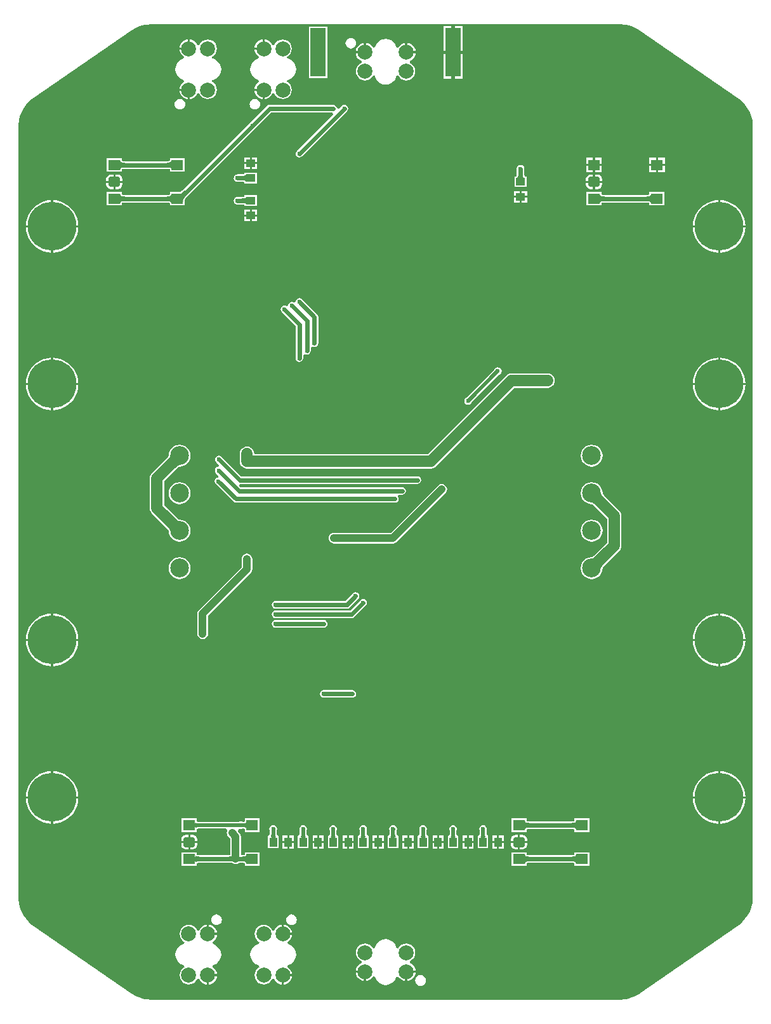
<source format=gtl>
G04*
G04 #@! TF.GenerationSoftware,Altium Limited,Altium Designer,20.2.7 (254)*
G04*
G04 Layer_Physical_Order=1*
G04 Layer_Color=255*
%FSLAX42Y42*%
%MOMM*%
G71*
G04*
G04 #@! TF.SameCoordinates,A3C6821A-A7B5-4D3C-B142-2EE2455FBD40*
G04*
G04*
G04 #@! TF.FilePolarity,Positive*
G04*
G01*
G75*
G04:AMPARAMS|DCode=20|XSize=1.6mm|YSize=1.4mm|CornerRadius=0.35mm|HoleSize=0mm|Usage=FLASHONLY|Rotation=180.000|XOffset=0mm|YOffset=0mm|HoleType=Round|Shape=RoundedRectangle|*
%AMROUNDEDRECTD20*
21,1,1.60,0.70,0,0,180.0*
21,1,0.90,1.40,0,0,180.0*
1,1,0.70,-0.45,0.35*
1,1,0.70,0.45,0.35*
1,1,0.70,0.45,-0.35*
1,1,0.70,-0.45,-0.35*
%
%ADD20ROUNDEDRECTD20*%
%ADD21R,1.60X1.40*%
%ADD22R,1.25X1.00*%
%ADD23R,1.00X1.25*%
%ADD24C,0.60*%
%ADD25C,1.50*%
%ADD26C,1.00*%
%ADD27C,0.50*%
%ADD28C,2.50*%
%ADD29C,2.00*%
%ADD30R,2.00X6.50*%
%ADD31C,6.50*%
%ADD32C,0.60*%
G36*
X3176Y6497D02*
X3211Y6492D01*
X3246Y6484D01*
X3280Y6473D01*
X3314Y6460D01*
X3346Y6444D01*
X3377Y6426D01*
X3391Y6416D01*
X3391Y6416D01*
X4694Y5519D01*
X4718Y5503D01*
X4761Y5465D01*
X4799Y5422D01*
X4832Y5375D01*
X4859Y5324D01*
X4879Y5270D01*
X4893Y5214D01*
X4900Y5157D01*
Y5128D01*
Y-5128D01*
Y-5157D01*
X4893Y-5214D01*
X4879Y-5270D01*
X4859Y-5324D01*
X4832Y-5375D01*
X4799Y-5422D01*
X4761Y-5465D01*
X4718Y-5503D01*
X4694Y-5519D01*
X4694Y-5519D01*
Y-5519D01*
X3391Y-6416D01*
X3377Y-6426D01*
X3346Y-6444D01*
X3314Y-6460D01*
X3280Y-6473D01*
X3246Y-6484D01*
X3211Y-6492D01*
X3176Y-6497D01*
X3140Y-6500D01*
X-3140D01*
X-3176Y-6497D01*
X-3211Y-6492D01*
X-3246Y-6484D01*
X-3280Y-6473D01*
X-3314Y-6460D01*
X-3346Y-6444D01*
X-3377Y-6426D01*
X-3391Y-6416D01*
X-4694Y-5519D01*
X-4718Y-5503D01*
X-4761Y-5465D01*
X-4799Y-5422D01*
X-4832Y-5375D01*
X-4859Y-5324D01*
X-4879Y-5270D01*
X-4893Y-5214D01*
X-4900Y-5157D01*
Y-5128D01*
Y5128D01*
Y5157D01*
X-4893Y5214D01*
X-4879Y5270D01*
X-4859Y5324D01*
X-4832Y5375D01*
X-4799Y5422D01*
X-4761Y5465D01*
X-4718Y5503D01*
X-4694Y5519D01*
X-4694D01*
X-3391Y6416D01*
X-3377Y6426D01*
X-3346Y6444D01*
X-3314Y6460D01*
X-3280Y6473D01*
X-3246Y6484D01*
X-3211Y6492D01*
X-3176Y6497D01*
X-3140Y6500D01*
X3140D01*
X3176Y6497D01*
D02*
G37*
%LPC*%
G36*
X0Y6306D02*
X-38Y6301D01*
X-73Y6287D01*
X-103Y6263D01*
X-127Y6233D01*
X-141Y6198D01*
X-141Y6197D01*
X-160Y6192D01*
X-167Y6192D01*
X-186Y6216D01*
X-212Y6236D01*
X-242Y6249D01*
X-260Y6251D01*
Y6127D01*
X-275D01*
Y6112D01*
X-399D01*
X-397Y6094D01*
X-384Y6064D01*
X-364Y6038D01*
X-338Y6018D01*
X-321Y6011D01*
X-321Y5984D01*
X-336Y5978D01*
X-361Y5959D01*
X-380Y5934D01*
X-392Y5904D01*
X-396Y5873D01*
X-392Y5842D01*
X-380Y5812D01*
X-361Y5787D01*
X-336Y5768D01*
X-306Y5756D01*
X-275Y5752D01*
X-244Y5756D01*
X-214Y5768D01*
X-189Y5787D01*
X-170Y5812D01*
X-168Y5817D01*
X-143Y5813D01*
X-141Y5802D01*
X-127Y5767D01*
X-103Y5737D01*
X-73Y5713D01*
X-38Y5699D01*
X0Y5694D01*
X38Y5699D01*
X73Y5713D01*
X103Y5737D01*
X127Y5767D01*
X141Y5802D01*
X143Y5813D01*
X168Y5817D01*
X170Y5812D01*
X189Y5787D01*
X214Y5768D01*
X244Y5756D01*
X275Y5752D01*
X306Y5756D01*
X336Y5768D01*
X361Y5787D01*
X380Y5812D01*
X392Y5842D01*
X396Y5873D01*
X392Y5904D01*
X380Y5934D01*
X361Y5959D01*
X336Y5978D01*
X321Y5984D01*
X321Y6011D01*
X338Y6018D01*
X364Y6038D01*
X384Y6064D01*
X397Y6094D01*
X399Y6112D01*
X275D01*
Y6127D01*
X260D01*
Y6251D01*
X242Y6249D01*
X212Y6236D01*
X186Y6216D01*
X167Y6192D01*
X160Y6192D01*
X141Y6197D01*
X141Y6198D01*
X127Y6233D01*
X103Y6263D01*
X73Y6287D01*
X38Y6301D01*
X0Y6306D01*
D02*
G37*
G36*
X-1642Y6299D02*
X-1660Y6297D01*
X-1690Y6284D01*
X-1716Y6264D01*
X-1736Y6238D01*
X-1749Y6208D01*
X-1751Y6190D01*
X-1642D01*
Y6299D01*
D02*
G37*
G36*
X-2642D02*
X-2660Y6297D01*
X-2690Y6284D01*
X-2716Y6264D01*
X-2736Y6238D01*
X-2749Y6208D01*
X-2751Y6190D01*
X-2642D01*
Y6299D01*
D02*
G37*
G36*
X-465Y6316D02*
X-483Y6313D01*
X-500Y6306D01*
X-515Y6295D01*
X-526Y6280D01*
X-533Y6263D01*
X-536Y6245D01*
X-533Y6227D01*
X-526Y6210D01*
X-515Y6195D01*
X-500Y6184D01*
X-483Y6177D01*
X-465Y6174D01*
X-447Y6177D01*
X-430Y6184D01*
X-415Y6195D01*
X-404Y6210D01*
X-397Y6227D01*
X-394Y6245D01*
X-397Y6263D01*
X-404Y6280D01*
X-415Y6295D01*
X-430Y6306D01*
X-447Y6313D01*
X-465Y6316D01*
D02*
G37*
G36*
X1025Y6475D02*
X925D01*
Y6150D01*
X1025D01*
Y6475D01*
D02*
G37*
G36*
X875D02*
X775D01*
Y6150D01*
X875D01*
Y6475D01*
D02*
G37*
G36*
X290Y6251D02*
Y6142D01*
X399D01*
X397Y6160D01*
X384Y6190D01*
X364Y6216D01*
X338Y6236D01*
X308Y6249D01*
X290Y6251D01*
D02*
G37*
G36*
X-290D02*
X-308Y6249D01*
X-338Y6236D01*
X-364Y6216D01*
X-384Y6190D01*
X-397Y6160D01*
X-399Y6142D01*
X-290D01*
Y6251D01*
D02*
G37*
G36*
X-780Y6470D02*
X-1020D01*
Y5780D01*
X-780D01*
Y6470D01*
D02*
G37*
G36*
X1025Y6100D02*
X925D01*
Y5775D01*
X1025D01*
Y6100D01*
D02*
G37*
G36*
X875D02*
X775D01*
Y5775D01*
X875D01*
Y6100D01*
D02*
G37*
G36*
X-1612Y6299D02*
Y6175D01*
X-1627D01*
Y6160D01*
X-1751D01*
X-1749Y6142D01*
X-1736Y6112D01*
X-1716Y6086D01*
X-1692Y6067D01*
X-1692Y6060D01*
X-1697Y6041D01*
X-1698Y6041D01*
X-1733Y6027D01*
X-1763Y6003D01*
X-1787Y5973D01*
X-1801Y5938D01*
X-1806Y5900D01*
X-1801Y5862D01*
X-1787Y5827D01*
X-1763Y5797D01*
X-1733Y5773D01*
X-1698Y5759D01*
X-1697Y5759D01*
X-1692Y5740D01*
X-1692Y5733D01*
X-1716Y5714D01*
X-1736Y5688D01*
X-1749Y5658D01*
X-1751Y5640D01*
X-1627D01*
Y5625D01*
X-1612D01*
Y5501D01*
X-1594Y5503D01*
X-1564Y5516D01*
X-1538Y5536D01*
X-1518Y5562D01*
X-1511Y5579D01*
X-1484Y5579D01*
X-1478Y5564D01*
X-1459Y5539D01*
X-1434Y5520D01*
X-1404Y5508D01*
X-1373Y5504D01*
X-1342Y5508D01*
X-1312Y5520D01*
X-1287Y5539D01*
X-1268Y5564D01*
X-1256Y5594D01*
X-1252Y5625D01*
X-1256Y5656D01*
X-1268Y5686D01*
X-1287Y5711D01*
X-1312Y5730D01*
X-1317Y5732D01*
X-1313Y5757D01*
X-1302Y5759D01*
X-1267Y5773D01*
X-1237Y5797D01*
X-1213Y5827D01*
X-1199Y5862D01*
X-1194Y5900D01*
X-1199Y5938D01*
X-1213Y5973D01*
X-1237Y6003D01*
X-1267Y6027D01*
X-1302Y6041D01*
X-1313Y6043D01*
X-1317Y6068D01*
X-1312Y6070D01*
X-1287Y6089D01*
X-1268Y6114D01*
X-1256Y6144D01*
X-1252Y6175D01*
X-1256Y6206D01*
X-1268Y6236D01*
X-1287Y6261D01*
X-1312Y6280D01*
X-1342Y6292D01*
X-1373Y6296D01*
X-1404Y6292D01*
X-1434Y6280D01*
X-1459Y6261D01*
X-1478Y6236D01*
X-1484Y6221D01*
X-1511Y6221D01*
X-1518Y6238D01*
X-1538Y6264D01*
X-1564Y6284D01*
X-1594Y6297D01*
X-1612Y6299D01*
D02*
G37*
G36*
X-2612D02*
Y6175D01*
X-2627D01*
Y6160D01*
X-2751D01*
X-2749Y6142D01*
X-2736Y6112D01*
X-2716Y6086D01*
X-2692Y6067D01*
X-2692Y6060D01*
X-2697Y6041D01*
X-2698Y6041D01*
X-2733Y6027D01*
X-2763Y6003D01*
X-2787Y5973D01*
X-2801Y5938D01*
X-2806Y5900D01*
X-2801Y5862D01*
X-2787Y5827D01*
X-2763Y5797D01*
X-2733Y5773D01*
X-2698Y5759D01*
X-2697Y5759D01*
X-2692Y5740D01*
X-2692Y5733D01*
X-2716Y5714D01*
X-2736Y5688D01*
X-2749Y5658D01*
X-2751Y5640D01*
X-2627D01*
Y5625D01*
X-2612D01*
Y5501D01*
X-2594Y5503D01*
X-2564Y5516D01*
X-2538Y5536D01*
X-2518Y5562D01*
X-2511Y5579D01*
X-2484Y5579D01*
X-2478Y5564D01*
X-2459Y5539D01*
X-2434Y5520D01*
X-2404Y5508D01*
X-2373Y5504D01*
X-2342Y5508D01*
X-2312Y5520D01*
X-2287Y5539D01*
X-2268Y5564D01*
X-2256Y5594D01*
X-2252Y5625D01*
X-2256Y5656D01*
X-2268Y5686D01*
X-2287Y5711D01*
X-2312Y5730D01*
X-2317Y5732D01*
X-2313Y5757D01*
X-2302Y5759D01*
X-2267Y5773D01*
X-2237Y5797D01*
X-2213Y5827D01*
X-2199Y5862D01*
X-2194Y5900D01*
X-2199Y5938D01*
X-2213Y5973D01*
X-2237Y6003D01*
X-2267Y6027D01*
X-2302Y6041D01*
X-2313Y6043D01*
X-2317Y6068D01*
X-2312Y6070D01*
X-2287Y6089D01*
X-2268Y6114D01*
X-2256Y6144D01*
X-2252Y6175D01*
X-2256Y6206D01*
X-2268Y6236D01*
X-2287Y6261D01*
X-2312Y6280D01*
X-2342Y6292D01*
X-2373Y6296D01*
X-2404Y6292D01*
X-2434Y6280D01*
X-2459Y6261D01*
X-2478Y6236D01*
X-2484Y6221D01*
X-2511Y6221D01*
X-2518Y6238D01*
X-2538Y6264D01*
X-2564Y6284D01*
X-2594Y6297D01*
X-2612Y6299D01*
D02*
G37*
G36*
X-1642Y5610D02*
X-1751D01*
X-1749Y5592D01*
X-1736Y5562D01*
X-1716Y5536D01*
X-1690Y5516D01*
X-1660Y5503D01*
X-1642Y5501D01*
Y5610D01*
D02*
G37*
G36*
X-2642D02*
X-2751D01*
X-2749Y5592D01*
X-2736Y5562D01*
X-2716Y5536D01*
X-2690Y5516D01*
X-2660Y5503D01*
X-2642Y5501D01*
Y5610D01*
D02*
G37*
G36*
X-550Y5426D02*
X-570Y5422D01*
X-586Y5411D01*
X-625Y5372D01*
X-631Y5373D01*
X-650Y5382D01*
X-653Y5395D01*
X-664Y5411D01*
X-680Y5422D01*
X-700Y5426D01*
X-1550D01*
X-1570Y5422D01*
X-1586Y5411D01*
X-1811Y5186D01*
X-1811Y5186D01*
X-2707Y4290D01*
X-2719Y4279D01*
X-2729Y4271D01*
X-2735Y4266D01*
X-2740D01*
X-2740Y4266D01*
X-2740Y4266D01*
X-2745Y4265D01*
X-2880D01*
Y4234D01*
X-2880Y4234D01*
X-2880Y4234D01*
X-2880Y4233D01*
X-2881Y4232D01*
X-2884Y4231D01*
X-2888Y4229D01*
X-2893Y4228D01*
X-2901Y4227D01*
X-2906Y4226D01*
X-3494D01*
X-3499Y4227D01*
X-3507Y4228D01*
X-3512Y4229D01*
X-3516Y4231D01*
X-3519Y4232D01*
X-3520Y4233D01*
X-3520Y4234D01*
X-3520Y4234D01*
X-3520Y4234D01*
Y4265D01*
X-3720D01*
Y4085D01*
X-3520D01*
Y4116D01*
X-3520Y4116D01*
X-3520Y4117D01*
X-3520Y4117D01*
X-3519Y4118D01*
X-3516Y4119D01*
X-3512Y4121D01*
X-3507Y4123D01*
X-3499Y4124D01*
X-3494Y4124D01*
X-2906D01*
X-2901Y4124D01*
X-2893Y4123D01*
X-2888Y4121D01*
X-2884Y4119D01*
X-2881Y4118D01*
X-2880Y4117D01*
X-2880Y4117D01*
X-2880Y4116D01*
X-2880Y4116D01*
Y4085D01*
X-2680D01*
Y4160D01*
X-2680Y4161D01*
X-2675Y4169D01*
X-2669Y4178D01*
X-2639Y4214D01*
X-1739Y5114D01*
X-1739Y5114D01*
X-1529Y5324D01*
X-708D01*
X-697Y5302D01*
X-697Y5300D01*
X-1186Y4811D01*
X-1197Y4795D01*
X-1201Y4775D01*
X-1197Y4755D01*
X-1186Y4739D01*
X-1170Y4728D01*
X-1150Y4724D01*
X-1130Y4728D01*
X-1114Y4739D01*
X-514Y5339D01*
X-503Y5355D01*
X-499Y5375D01*
X-503Y5395D01*
X-514Y5411D01*
X-530Y5422D01*
X-550Y5426D01*
D02*
G37*
G36*
X-1745Y5506D02*
X-1763Y5503D01*
X-1780Y5496D01*
X-1795Y5485D01*
X-1806Y5470D01*
X-1813Y5453D01*
X-1816Y5435D01*
X-1813Y5417D01*
X-1806Y5400D01*
X-1795Y5385D01*
X-1780Y5374D01*
X-1763Y5367D01*
X-1745Y5364D01*
X-1727Y5367D01*
X-1710Y5374D01*
X-1695Y5385D01*
X-1684Y5400D01*
X-1677Y5417D01*
X-1674Y5435D01*
X-1677Y5453D01*
X-1684Y5470D01*
X-1695Y5485D01*
X-1710Y5496D01*
X-1727Y5503D01*
X-1745Y5506D01*
D02*
G37*
G36*
X-2745D02*
X-2763Y5503D01*
X-2780Y5496D01*
X-2795Y5485D01*
X-2806Y5470D01*
X-2813Y5453D01*
X-2816Y5435D01*
X-2813Y5417D01*
X-2806Y5400D01*
X-2795Y5385D01*
X-2780Y5374D01*
X-2763Y5367D01*
X-2745Y5364D01*
X-2727Y5367D01*
X-2710Y5374D01*
X-2695Y5385D01*
X-2684Y5400D01*
X-2677Y5417D01*
X-2674Y5435D01*
X-2677Y5453D01*
X-2684Y5470D01*
X-2695Y5485D01*
X-2710Y5496D01*
X-2727Y5503D01*
X-2745Y5506D01*
D02*
G37*
G36*
X-2680Y4715D02*
X-2880D01*
Y4684D01*
X-2880Y4684D01*
X-2880Y4683D01*
X-2880Y4683D01*
X-2881Y4682D01*
X-2884Y4681D01*
X-2888Y4679D01*
X-2893Y4677D01*
X-2901Y4676D01*
X-2906Y4676D01*
X-2999D01*
X-3000Y4676D01*
X-3001Y4676D01*
X-3494D01*
X-3499Y4676D01*
X-3507Y4677D01*
X-3512Y4679D01*
X-3516Y4681D01*
X-3519Y4682D01*
X-3520Y4683D01*
X-3520Y4683D01*
X-3520Y4684D01*
X-3520Y4684D01*
Y4715D01*
X-3720D01*
Y4535D01*
X-3520D01*
Y4566D01*
X-3520Y4566D01*
X-3520Y4566D01*
X-3520Y4567D01*
X-3519Y4568D01*
X-3516Y4569D01*
X-3512Y4571D01*
X-3507Y4572D01*
X-3499Y4573D01*
X-3494Y4574D01*
X-2906D01*
X-2901Y4573D01*
X-2893Y4572D01*
X-2888Y4571D01*
X-2884Y4569D01*
X-2881Y4568D01*
X-2880Y4567D01*
X-2880Y4566D01*
X-2880Y4566D01*
X-2880Y4566D01*
Y4535D01*
X-2680D01*
Y4715D01*
D02*
G37*
G36*
X-1712Y4725D02*
X-1787D01*
Y4663D01*
X-1712D01*
Y4725D01*
D02*
G37*
G36*
X-1813D02*
X-1888D01*
Y4663D01*
X-1813D01*
Y4725D01*
D02*
G37*
G36*
X3725Y4720D02*
X3633D01*
Y4637D01*
X3725D01*
Y4720D01*
D02*
G37*
G36*
X2885D02*
X2793D01*
Y4637D01*
X2885D01*
Y4720D01*
D02*
G37*
G36*
X3607D02*
X3515D01*
Y4637D01*
X3607D01*
Y4720D01*
D02*
G37*
G36*
X2767D02*
X2675D01*
Y4637D01*
X2767D01*
Y4720D01*
D02*
G37*
G36*
X-1712Y4637D02*
X-1787D01*
Y4575D01*
X-1712D01*
Y4637D01*
D02*
G37*
G36*
X-1813D02*
X-1888D01*
Y4575D01*
X-1813D01*
Y4637D01*
D02*
G37*
G36*
X3725Y4612D02*
X3633D01*
Y4529D01*
X3725D01*
Y4612D01*
D02*
G37*
G36*
X3607D02*
X3515D01*
Y4529D01*
X3607D01*
Y4612D01*
D02*
G37*
G36*
X2885D02*
X2793D01*
Y4529D01*
X2885D01*
Y4612D01*
D02*
G37*
G36*
X2767D02*
X2675D01*
Y4529D01*
X2767D01*
Y4612D01*
D02*
G37*
G36*
X-1862Y4520D02*
X-1883Y4520D01*
X-1883Y4505D01*
X-1884Y4504D01*
X-1888Y4503D01*
X-1894Y4502D01*
X-1907Y4501D01*
X-1975D01*
X-1975Y4501D01*
X-1977Y4501D01*
X-1979Y4501D01*
X-1986Y4499D01*
X-1994Y4497D01*
X-1996Y4496D01*
X-1998Y4496D01*
X-2004Y4491D01*
X-2011Y4486D01*
X-2011Y4486D01*
X-2012Y4485D01*
X-2014Y4483D01*
X-2018Y4476D01*
X-2022Y4470D01*
X-2022Y4468D01*
X-2023Y4466D01*
X-2024Y4458D01*
X-2026Y4450D01*
X-2026Y4448D01*
X-2026Y4446D01*
X-2024Y4439D01*
X-2022Y4430D01*
X-2021Y4429D01*
X-2021Y4427D01*
X-2021Y4427D01*
X-2016Y4421D01*
X-2011Y4414D01*
X-2009Y4413D01*
X-2008Y4411D01*
X-2001Y4407D01*
X-1995Y4403D01*
X-1993Y4403D01*
X-1991Y4402D01*
X-1983Y4401D01*
X-1975Y4399D01*
X-1975Y4399D01*
X-1975Y4399D01*
X-1906D01*
X-1902Y4399D01*
X-1894Y4398D01*
X-1888Y4397D01*
X-1884Y4396D01*
X-1883Y4395D01*
X-1883Y4380D01*
X-1862Y4380D01*
X-1862Y4380D01*
X-1858Y4380D01*
X-1718D01*
Y4520D01*
X-1858D01*
X-1862Y4520D01*
X-1862Y4520D01*
D02*
G37*
G36*
X-3575Y4497D02*
X-3607D01*
Y4413D01*
X-3513D01*
Y4435D01*
X-3518Y4459D01*
X-3531Y4479D01*
X-3551Y4492D01*
X-3575Y4497D01*
D02*
G37*
G36*
X2825D02*
X2793D01*
Y4413D01*
X2887D01*
Y4435D01*
X2882Y4459D01*
X2869Y4479D01*
X2849Y4492D01*
X2825Y4497D01*
D02*
G37*
G36*
X-3633D02*
X-3665D01*
X-3689Y4492D01*
X-3709Y4479D01*
X-3722Y4459D01*
X-3727Y4435D01*
Y4413D01*
X-3633D01*
Y4497D01*
D02*
G37*
G36*
X2767D02*
X2735D01*
X2711Y4492D01*
X2691Y4479D01*
X2678Y4459D01*
X2673Y4435D01*
Y4413D01*
X2767D01*
Y4497D01*
D02*
G37*
G36*
X1800Y4626D02*
X1780Y4622D01*
X1764Y4611D01*
X1753Y4595D01*
X1749Y4575D01*
X1749Y4575D01*
Y4496D01*
X1749Y4491D01*
X1747Y4483D01*
X1746Y4478D01*
X1744Y4474D01*
X1743Y4472D01*
X1742Y4471D01*
X1742Y4470D01*
X1741Y4470D01*
X1738Y4470D01*
X1718D01*
Y4330D01*
X1883D01*
Y4470D01*
X1862D01*
X1859Y4470D01*
X1858Y4470D01*
X1858Y4471D01*
X1857Y4472D01*
X1856Y4474D01*
X1854Y4478D01*
X1853Y4483D01*
X1851Y4491D01*
X1851Y4496D01*
Y4575D01*
X1847Y4595D01*
X1836Y4611D01*
X1836Y4611D01*
X1820Y4622D01*
X1800Y4626D01*
D02*
G37*
G36*
X2887Y4387D02*
X2793D01*
Y4303D01*
X2825D01*
X2849Y4308D01*
X2869Y4321D01*
X2882Y4341D01*
X2887Y4365D01*
Y4387D01*
D02*
G37*
G36*
X2767D02*
X2673D01*
Y4365D01*
X2678Y4341D01*
X2691Y4321D01*
X2711Y4308D01*
X2735Y4303D01*
X2767D01*
Y4387D01*
D02*
G37*
G36*
X-3513D02*
X-3607D01*
Y4303D01*
X-3575D01*
X-3551Y4308D01*
X-3531Y4321D01*
X-3518Y4341D01*
X-3513Y4365D01*
Y4387D01*
D02*
G37*
G36*
X-3633D02*
X-3727D01*
Y4365D01*
X-3722Y4341D01*
X-3709Y4321D01*
X-3689Y4308D01*
X-3665Y4303D01*
X-3633D01*
Y4387D01*
D02*
G37*
G36*
X3720Y4265D02*
X3520D01*
Y4234D01*
X3520Y4234D01*
X3520Y4234D01*
X3520Y4233D01*
X3519Y4232D01*
X3516Y4231D01*
X3512Y4229D01*
X3507Y4228D01*
X3499Y4227D01*
X3494Y4226D01*
X2906D01*
X2901Y4227D01*
X2893Y4228D01*
X2888Y4229D01*
X2884Y4231D01*
X2881Y4232D01*
X2880Y4233D01*
X2880Y4234D01*
X2880Y4234D01*
X2880Y4234D01*
Y4265D01*
X2680D01*
Y4085D01*
X2880D01*
Y4116D01*
X2880Y4116D01*
X2880Y4117D01*
X2880Y4117D01*
X2881Y4118D01*
X2884Y4119D01*
X2888Y4121D01*
X2893Y4123D01*
X2901Y4124D01*
X2906Y4124D01*
X3494D01*
X3499Y4124D01*
X3507Y4123D01*
X3512Y4121D01*
X3516Y4119D01*
X3519Y4118D01*
X3520Y4117D01*
X3520Y4117D01*
X3520Y4116D01*
X3520Y4116D01*
Y4085D01*
X3720D01*
Y4265D01*
D02*
G37*
G36*
X1888Y4275D02*
X1813D01*
Y4213D01*
X1888D01*
Y4275D01*
D02*
G37*
G36*
X1787D02*
X1712D01*
Y4213D01*
X1787D01*
Y4275D01*
D02*
G37*
G36*
X-1862Y4220D02*
X-1882Y4220D01*
X-1882Y4205D01*
X-1884Y4204D01*
X-1888Y4203D01*
X-1894Y4202D01*
X-1907Y4201D01*
X-1975D01*
X-1975Y4201D01*
X-1975D01*
X-1983Y4199D01*
X-1991Y4198D01*
X-1993Y4197D01*
X-1995Y4197D01*
X-2001Y4193D01*
X-2008Y4189D01*
X-2010Y4187D01*
X-2011Y4186D01*
X-2016Y4179D01*
X-2021Y4173D01*
X-2021Y4171D01*
X-2022Y4169D01*
X-2024Y4161D01*
X-2026Y4154D01*
X-2026Y4152D01*
X-2026Y4150D01*
X-2024Y4142D01*
X-2023Y4134D01*
X-2022Y4132D01*
X-2022Y4130D01*
X-2017Y4124D01*
X-2014Y4117D01*
X-2012Y4115D01*
X-2011Y4114D01*
X-2004Y4109D01*
X-1998Y4104D01*
X-1998Y4104D01*
X-1996Y4104D01*
X-1995Y4103D01*
X-1994Y4103D01*
X-1994Y4103D01*
X-1986Y4101D01*
X-1979Y4099D01*
X-1977Y4099D01*
X-1975Y4099D01*
X-1906D01*
X-1902Y4099D01*
X-1894Y4098D01*
X-1888Y4097D01*
X-1884Y4096D01*
X-1882Y4095D01*
X-1882Y4080D01*
X-1862Y4080D01*
X-1862Y4080D01*
X-1857Y4080D01*
X-1717D01*
Y4220D01*
X-1857D01*
X-1862Y4220D01*
X-1862Y4220D01*
D02*
G37*
G36*
X1888Y4187D02*
X1813D01*
Y4125D01*
X1888D01*
Y4187D01*
D02*
G37*
G36*
X1787D02*
X1712D01*
Y4125D01*
X1787D01*
Y4187D01*
D02*
G37*
G36*
X-1712Y4025D02*
X-1787D01*
Y3963D01*
X-1712D01*
Y4025D01*
D02*
G37*
G36*
X-1813D02*
X-1888D01*
Y3963D01*
X-1813D01*
Y4025D01*
D02*
G37*
G36*
X-1712Y3937D02*
X-1787D01*
Y3875D01*
X-1712D01*
Y3937D01*
D02*
G37*
G36*
X-1813D02*
X-1888D01*
Y3875D01*
X-1813D01*
Y3937D01*
D02*
G37*
G36*
X4465Y4156D02*
Y3821D01*
X4800D01*
X4797Y3861D01*
X4784Y3914D01*
X4763Y3965D01*
X4734Y4012D01*
X4698Y4054D01*
X4656Y4090D01*
X4609Y4118D01*
X4558Y4140D01*
X4505Y4152D01*
X4465Y4156D01*
D02*
G37*
G36*
X4435D02*
X4395Y4152D01*
X4342Y4140D01*
X4291Y4118D01*
X4244Y4090D01*
X4202Y4054D01*
X4166Y4012D01*
X4137Y3965D01*
X4116Y3914D01*
X4103Y3861D01*
X4100Y3821D01*
X4435D01*
Y4156D01*
D02*
G37*
G36*
X-4435D02*
Y3821D01*
X-4100D01*
X-4103Y3861D01*
X-4116Y3914D01*
X-4137Y3965D01*
X-4166Y4012D01*
X-4202Y4054D01*
X-4244Y4090D01*
X-4291Y4118D01*
X-4342Y4140D01*
X-4395Y4152D01*
X-4435Y4156D01*
D02*
G37*
G36*
X-4465D02*
X-4505Y4152D01*
X-4558Y4140D01*
X-4609Y4118D01*
X-4656Y4090D01*
X-4698Y4054D01*
X-4734Y4012D01*
X-4763Y3965D01*
X-4784Y3914D01*
X-4797Y3861D01*
X-4800Y3821D01*
X-4465D01*
Y4156D01*
D02*
G37*
G36*
X4800Y3791D02*
X4465D01*
Y3456D01*
X4505Y3459D01*
X4558Y3472D01*
X4609Y3493D01*
X4656Y3522D01*
X4698Y3557D01*
X4734Y3599D01*
X4763Y3646D01*
X4784Y3697D01*
X4797Y3751D01*
X4800Y3791D01*
D02*
G37*
G36*
X4435D02*
X4100D01*
X4103Y3751D01*
X4116Y3697D01*
X4137Y3646D01*
X4166Y3599D01*
X4202Y3557D01*
X4244Y3522D01*
X4291Y3493D01*
X4342Y3472D01*
X4395Y3459D01*
X4435Y3456D01*
Y3791D01*
D02*
G37*
G36*
X-4100D02*
X-4435D01*
Y3456D01*
X-4395Y3459D01*
X-4342Y3472D01*
X-4291Y3493D01*
X-4244Y3522D01*
X-4202Y3557D01*
X-4166Y3599D01*
X-4137Y3646D01*
X-4116Y3697D01*
X-4103Y3751D01*
X-4100Y3791D01*
D02*
G37*
G36*
X-4465D02*
X-4800D01*
X-4797Y3751D01*
X-4784Y3697D01*
X-4763Y3646D01*
X-4734Y3599D01*
X-4698Y3557D01*
X-4656Y3522D01*
X-4609Y3493D01*
X-4558Y3472D01*
X-4505Y3459D01*
X-4465Y3456D01*
Y3791D01*
D02*
G37*
G36*
X-1150Y2851D02*
X-1170Y2847D01*
X-1186Y2836D01*
X-1197Y2820D01*
X-1200Y2806D01*
X-1217Y2796D01*
X-1225Y2794D01*
X-1230Y2797D01*
X-1250Y2801D01*
X-1270Y2797D01*
X-1286Y2786D01*
X-1297Y2770D01*
X-1300Y2756D01*
X-1317Y2746D01*
X-1325Y2744D01*
X-1330Y2747D01*
X-1350Y2751D01*
X-1370Y2747D01*
X-1386Y2736D01*
X-1397Y2720D01*
X-1401Y2700D01*
X-1397Y2680D01*
X-1386Y2664D01*
X-1201Y2479D01*
Y2050D01*
X-1197Y2030D01*
X-1186Y2014D01*
X-1170Y2003D01*
X-1150Y1999D01*
X-1130Y2003D01*
X-1114Y2014D01*
X-1103Y2030D01*
X-1099Y2050D01*
Y2093D01*
X-1074Y2106D01*
X-1070Y2103D01*
X-1050Y2099D01*
X-1030Y2103D01*
X-1014Y2114D01*
X-1003Y2130D01*
X-999Y2150D01*
Y2193D01*
X-974Y2206D01*
X-970Y2203D01*
X-950Y2199D01*
X-930Y2203D01*
X-914Y2214D01*
X-903Y2230D01*
X-899Y2250D01*
Y2600D01*
X-903Y2620D01*
X-914Y2636D01*
X-1114Y2836D01*
X-1130Y2847D01*
X-1150Y2851D01*
D02*
G37*
G36*
X4465Y2056D02*
Y1721D01*
X4800D01*
X4797Y1761D01*
X4784Y1814D01*
X4763Y1865D01*
X4734Y1912D01*
X4698Y1954D01*
X4656Y1990D01*
X4609Y2018D01*
X4558Y2040D01*
X4505Y2052D01*
X4465Y2056D01*
D02*
G37*
G36*
X4435D02*
X4395Y2052D01*
X4342Y2040D01*
X4291Y2018D01*
X4244Y1990D01*
X4202Y1954D01*
X4166Y1912D01*
X4137Y1865D01*
X4116Y1814D01*
X4103Y1761D01*
X4100Y1721D01*
X4435D01*
Y2056D01*
D02*
G37*
G36*
X-4435D02*
Y1721D01*
X-4100D01*
X-4103Y1761D01*
X-4116Y1814D01*
X-4137Y1865D01*
X-4166Y1912D01*
X-4202Y1954D01*
X-4244Y1990D01*
X-4291Y2018D01*
X-4342Y2040D01*
X-4395Y2052D01*
X-4435Y2056D01*
D02*
G37*
G36*
X-4465D02*
X-4505Y2052D01*
X-4558Y2040D01*
X-4609Y2018D01*
X-4656Y1990D01*
X-4698Y1954D01*
X-4734Y1912D01*
X-4763Y1865D01*
X-4784Y1814D01*
X-4797Y1761D01*
X-4800Y1721D01*
X-4465D01*
Y2056D01*
D02*
G37*
G36*
X1497Y1926D02*
X1478Y1922D01*
X1461Y1911D01*
X1450Y1895D01*
X1450Y1892D01*
X1083Y1525D01*
X1080Y1525D01*
X1064Y1514D01*
X1053Y1497D01*
X1049Y1477D01*
X1053Y1458D01*
X1064Y1441D01*
X1080Y1430D01*
X1100Y1427D01*
X1120Y1430D01*
X1136Y1441D01*
X1147Y1458D01*
X1148Y1460D01*
X1515Y1827D01*
X1517Y1828D01*
X1534Y1839D01*
X1545Y1855D01*
X1548Y1875D01*
X1545Y1895D01*
X1534Y1911D01*
X1517Y1922D01*
X1497Y1926D01*
D02*
G37*
G36*
X4800Y1691D02*
X4465D01*
Y1356D01*
X4505Y1359D01*
X4558Y1372D01*
X4609Y1393D01*
X4656Y1422D01*
X4698Y1457D01*
X4734Y1499D01*
X4763Y1546D01*
X4784Y1597D01*
X4797Y1651D01*
X4800Y1691D01*
D02*
G37*
G36*
X4435D02*
X4100D01*
X4103Y1651D01*
X4116Y1597D01*
X4137Y1546D01*
X4166Y1499D01*
X4202Y1457D01*
X4244Y1422D01*
X4291Y1393D01*
X4342Y1372D01*
X4395Y1359D01*
X4435Y1356D01*
Y1691D01*
D02*
G37*
G36*
X-4100D02*
X-4435D01*
Y1356D01*
X-4395Y1359D01*
X-4342Y1372D01*
X-4291Y1393D01*
X-4244Y1422D01*
X-4202Y1457D01*
X-4166Y1499D01*
X-4137Y1546D01*
X-4116Y1597D01*
X-4103Y1651D01*
X-4100Y1691D01*
D02*
G37*
G36*
X-4465D02*
X-4800D01*
X-4797Y1651D01*
X-4784Y1597D01*
X-4763Y1546D01*
X-4734Y1499D01*
X-4698Y1457D01*
X-4656Y1422D01*
X-4609Y1393D01*
X-4558Y1372D01*
X-4505Y1359D01*
X-4465Y1356D01*
Y1691D01*
D02*
G37*
G36*
X2160Y1846D02*
X1680D01*
X1655Y1843D01*
X1632Y1833D01*
X1612Y1818D01*
X565Y771D01*
X-1754D01*
Y775D01*
X-1757Y800D01*
X-1767Y823D01*
X-1782Y843D01*
X-1802Y858D01*
X-1825Y868D01*
X-1850Y871D01*
X-1875Y868D01*
X-1898Y858D01*
X-1918Y843D01*
X-1933Y823D01*
X-1943Y800D01*
X-1946Y775D01*
Y675D01*
X-1943Y650D01*
X-1933Y627D01*
X-1918Y607D01*
X-1898Y592D01*
X-1875Y582D01*
X-1850Y579D01*
X605D01*
X630Y582D01*
X653Y592D01*
X673Y607D01*
X1720Y1654D01*
X2160D01*
X2185Y1657D01*
X2208Y1667D01*
X2228Y1682D01*
X2243Y1702D01*
X2253Y1725D01*
X2256Y1750D01*
X2253Y1775D01*
X2243Y1798D01*
X2228Y1818D01*
X2208Y1833D01*
X2185Y1843D01*
X2160Y1846D01*
D02*
G37*
G36*
X2750Y896D02*
X2712Y891D01*
X2677Y877D01*
X2647Y853D01*
X2623Y823D01*
X2609Y788D01*
X2604Y750D01*
X2609Y712D01*
X2623Y677D01*
X2647Y647D01*
X2677Y623D01*
X2712Y609D01*
X2750Y604D01*
X2788Y609D01*
X2823Y623D01*
X2853Y647D01*
X2877Y677D01*
X2891Y712D01*
X2896Y750D01*
X2891Y788D01*
X2877Y823D01*
X2853Y853D01*
X2823Y877D01*
X2788Y891D01*
X2750Y896D01*
D02*
G37*
G36*
X-2750D02*
X-2788Y891D01*
X-2823Y877D01*
X-2853Y853D01*
X-2877Y823D01*
X-2891Y788D01*
X-2896Y750D01*
X-2896Y748D01*
X-2897Y745D01*
X-2900Y740D01*
X-2904Y735D01*
X-2929Y707D01*
X-3118Y518D01*
X-3133Y498D01*
X-3143Y475D01*
X-3146Y450D01*
Y50D01*
X-3143Y25D01*
X-3133Y2D01*
X-3118Y-18D01*
X-2927Y-209D01*
X-2916Y-221D01*
X-2904Y-235D01*
X-2900Y-240D01*
X-2897Y-245D01*
X-2896Y-248D01*
X-2896Y-250D01*
X-2891Y-288D01*
X-2877Y-323D01*
X-2853Y-353D01*
X-2823Y-377D01*
X-2788Y-391D01*
X-2750Y-396D01*
X-2712Y-391D01*
X-2677Y-377D01*
X-2647Y-353D01*
X-2623Y-323D01*
X-2609Y-288D01*
X-2604Y-250D01*
X-2609Y-212D01*
X-2623Y-177D01*
X-2647Y-147D01*
X-2677Y-123D01*
X-2712Y-109D01*
X-2750Y-104D01*
X-2752Y-104D01*
X-2755Y-103D01*
X-2760Y-100D01*
X-2765Y-96D01*
X-2793Y-71D01*
X-2954Y90D01*
Y410D01*
X-2791Y573D01*
X-2779Y584D01*
X-2765Y596D01*
X-2760Y600D01*
X-2755Y603D01*
X-2752Y604D01*
X-2750Y604D01*
X-2712Y609D01*
X-2677Y623D01*
X-2647Y647D01*
X-2623Y677D01*
X-2609Y712D01*
X-2604Y750D01*
X-2609Y788D01*
X-2623Y823D01*
X-2647Y853D01*
X-2677Y877D01*
X-2712Y891D01*
X-2750Y896D01*
D02*
G37*
G36*
X-2223Y751D02*
X-2225D01*
X-2245Y747D01*
X-2261Y736D01*
X-2272Y720D01*
X-2276Y700D01*
X-2272Y680D01*
X-2261Y664D01*
X-2254Y659D01*
X-2223Y628D01*
X-2225Y617D01*
X-2232Y602D01*
X-2247Y599D01*
X-2263Y588D01*
X-2274Y572D01*
X-2278Y552D01*
X-2274Y533D01*
X-2263Y516D01*
X-2231Y484D01*
Y484D01*
X-2236Y465D01*
X-2241Y458D01*
X-2250Y456D01*
X-2267Y445D01*
X-2278Y429D01*
X-2281Y409D01*
X-2278Y390D01*
X-2267Y373D01*
X-2032Y139D01*
X-2016Y128D01*
X-1996Y124D01*
X125D01*
X145Y128D01*
X161Y139D01*
X172Y155D01*
X176Y175D01*
X172Y195D01*
X166Y204D01*
X175Y227D01*
X177Y229D01*
X220D01*
X240Y233D01*
X256Y244D01*
X267Y260D01*
X271Y280D01*
X267Y300D01*
X256Y316D01*
X240Y327D01*
X220Y331D01*
X-1934D01*
X-1952Y350D01*
X-1951Y359D01*
X-1942Y374D01*
X425D01*
X445Y378D01*
X461Y389D01*
X472Y405D01*
X476Y425D01*
X472Y445D01*
X461Y461D01*
X445Y472D01*
X425Y476D01*
X-1927D01*
X-2187Y736D01*
X-2203Y747D01*
X-2223Y751D01*
D02*
G37*
G36*
X-2750Y396D02*
X-2788Y391D01*
X-2823Y377D01*
X-2853Y353D01*
X-2877Y323D01*
X-2891Y288D01*
X-2896Y250D01*
X-2891Y212D01*
X-2877Y177D01*
X-2853Y147D01*
X-2823Y123D01*
X-2788Y109D01*
X-2750Y104D01*
X-2712Y109D01*
X-2677Y123D01*
X-2647Y147D01*
X-2623Y177D01*
X-2609Y212D01*
X-2604Y250D01*
X-2609Y288D01*
X-2623Y323D01*
X-2647Y353D01*
X-2677Y377D01*
X-2712Y391D01*
X-2750Y396D01*
D02*
G37*
G36*
X2750Y-104D02*
X2712Y-109D01*
X2677Y-123D01*
X2647Y-147D01*
X2623Y-177D01*
X2609Y-212D01*
X2604Y-250D01*
X2609Y-288D01*
X2623Y-323D01*
X2647Y-353D01*
X2677Y-377D01*
X2712Y-391D01*
X2750Y-396D01*
X2788Y-391D01*
X2823Y-377D01*
X2853Y-353D01*
X2877Y-323D01*
X2891Y-288D01*
X2896Y-250D01*
X2891Y-212D01*
X2877Y-177D01*
X2853Y-147D01*
X2823Y-123D01*
X2788Y-109D01*
X2750Y-104D01*
D02*
G37*
G36*
X750Y371D02*
X732Y368D01*
X715Y361D01*
X700Y350D01*
X71Y-279D01*
X-690D01*
X-708Y-282D01*
X-725Y-289D01*
X-740Y-300D01*
X-751Y-315D01*
X-758Y-332D01*
X-761Y-350D01*
X-758Y-368D01*
X-751Y-385D01*
X-740Y-400D01*
X-725Y-411D01*
X-708Y-418D01*
X-690Y-421D01*
X100D01*
X118Y-418D01*
X135Y-411D01*
X150Y-400D01*
X800Y250D01*
X811Y265D01*
X818Y282D01*
X821Y300D01*
X818Y318D01*
X811Y335D01*
X800Y350D01*
X785Y361D01*
X768Y368D01*
X750Y371D01*
D02*
G37*
G36*
X2750Y396D02*
X2712Y391D01*
X2677Y377D01*
X2647Y353D01*
X2623Y323D01*
X2609Y288D01*
X2604Y250D01*
X2609Y212D01*
X2623Y177D01*
X2647Y147D01*
X2677Y123D01*
X2712Y109D01*
X2750Y104D01*
X2752Y104D01*
X2755Y103D01*
X2760Y100D01*
X2765Y96D01*
X2793Y71D01*
X2954Y-90D01*
Y-410D01*
X2791Y-573D01*
X2779Y-584D01*
X2765Y-596D01*
X2760Y-600D01*
X2755Y-603D01*
X2752Y-604D01*
X2750Y-604D01*
X2712Y-609D01*
X2677Y-623D01*
X2647Y-647D01*
X2623Y-677D01*
X2609Y-712D01*
X2604Y-750D01*
X2609Y-788D01*
X2623Y-823D01*
X2647Y-853D01*
X2677Y-877D01*
X2712Y-891D01*
X2750Y-896D01*
X2788Y-891D01*
X2823Y-877D01*
X2853Y-853D01*
X2877Y-823D01*
X2891Y-788D01*
X2896Y-750D01*
X2896Y-748D01*
X2897Y-745D01*
X2900Y-740D01*
X2904Y-735D01*
X2929Y-707D01*
X3118Y-518D01*
X3133Y-498D01*
X3143Y-475D01*
X3146Y-450D01*
Y-50D01*
X3143Y-25D01*
X3133Y-2D01*
X3118Y18D01*
X2927Y209D01*
X2916Y221D01*
X2904Y235D01*
X2900Y240D01*
X2897Y245D01*
X2896Y248D01*
X2896Y250D01*
X2891Y288D01*
X2877Y323D01*
X2853Y353D01*
X2823Y377D01*
X2788Y391D01*
X2750Y396D01*
D02*
G37*
G36*
X-2750Y-604D02*
X-2788Y-609D01*
X-2823Y-623D01*
X-2853Y-647D01*
X-2877Y-677D01*
X-2891Y-712D01*
X-2896Y-750D01*
X-2891Y-788D01*
X-2877Y-823D01*
X-2853Y-853D01*
X-2823Y-877D01*
X-2788Y-891D01*
X-2750Y-896D01*
X-2712Y-891D01*
X-2677Y-877D01*
X-2647Y-853D01*
X-2623Y-823D01*
X-2609Y-788D01*
X-2604Y-750D01*
X-2609Y-712D01*
X-2623Y-677D01*
X-2647Y-647D01*
X-2677Y-623D01*
X-2712Y-609D01*
X-2750Y-604D01*
D02*
G37*
G36*
X-400Y-1069D02*
X-420Y-1073D01*
X-436Y-1084D01*
X-538Y-1186D01*
X-1470D01*
X-1490Y-1189D01*
X-1506Y-1200D01*
X-1517Y-1217D01*
X-1521Y-1236D01*
X-1517Y-1256D01*
X-1506Y-1273D01*
X-1490Y-1284D01*
X-1470Y-1287D01*
X-516D01*
X-497Y-1284D01*
X-480Y-1273D01*
X-364Y-1156D01*
X-353Y-1140D01*
X-349Y-1120D01*
X-353Y-1100D01*
X-364Y-1084D01*
X-380Y-1073D01*
X-400Y-1069D01*
D02*
G37*
G36*
X-300Y-1159D02*
X-320Y-1163D01*
X-336Y-1174D01*
X-475Y-1313D01*
X-1470D01*
X-1490Y-1316D01*
X-1506Y-1327D01*
X-1517Y-1344D01*
X-1521Y-1364D01*
X-1517Y-1383D01*
X-1506Y-1400D01*
X-1490Y-1411D01*
X-1470Y-1414D01*
X-453D01*
X-434Y-1411D01*
X-417Y-1400D01*
X-264Y-1246D01*
X-253Y-1230D01*
X-249Y-1210D01*
X-253Y-1190D01*
X-264Y-1174D01*
X-280Y-1163D01*
X-300Y-1159D01*
D02*
G37*
G36*
X-825Y-1440D02*
X-1470D01*
X-1490Y-1443D01*
X-1506Y-1454D01*
X-1517Y-1471D01*
X-1521Y-1490D01*
X-1517Y-1510D01*
X-1506Y-1527D01*
X-1490Y-1538D01*
X-1470Y-1541D01*
X-825D01*
X-805Y-1538D01*
X-789Y-1527D01*
X-778Y-1510D01*
X-774Y-1490D01*
X-778Y-1471D01*
X-789Y-1454D01*
X-805Y-1443D01*
X-825Y-1440D01*
D02*
G37*
G36*
X4465Y-1356D02*
Y-1691D01*
X4800D01*
X4797Y-1651D01*
X4784Y-1597D01*
X4763Y-1546D01*
X4734Y-1499D01*
X4698Y-1457D01*
X4656Y-1422D01*
X4609Y-1393D01*
X4558Y-1372D01*
X4505Y-1359D01*
X4465Y-1356D01*
D02*
G37*
G36*
X4435D02*
X4395Y-1359D01*
X4342Y-1372D01*
X4291Y-1393D01*
X4244Y-1422D01*
X4202Y-1457D01*
X4166Y-1499D01*
X4137Y-1546D01*
X4116Y-1597D01*
X4103Y-1651D01*
X4100Y-1691D01*
X4435D01*
Y-1356D01*
D02*
G37*
G36*
X-4435D02*
Y-1691D01*
X-4100D01*
X-4103Y-1651D01*
X-4116Y-1597D01*
X-4137Y-1546D01*
X-4166Y-1499D01*
X-4202Y-1457D01*
X-4244Y-1422D01*
X-4291Y-1393D01*
X-4342Y-1372D01*
X-4395Y-1359D01*
X-4435Y-1356D01*
D02*
G37*
G36*
X-4465D02*
X-4505Y-1359D01*
X-4558Y-1372D01*
X-4609Y-1393D01*
X-4656Y-1422D01*
X-4698Y-1457D01*
X-4734Y-1499D01*
X-4763Y-1546D01*
X-4784Y-1597D01*
X-4797Y-1651D01*
X-4800Y-1691D01*
X-4465D01*
Y-1356D01*
D02*
G37*
G36*
X-1850Y-554D02*
X-1868Y-557D01*
X-1885Y-564D01*
X-1900Y-575D01*
X-1911Y-590D01*
X-1918Y-607D01*
X-1921Y-625D01*
X-1921Y-625D01*
Y-737D01*
X-2490Y-1306D01*
X-2501Y-1321D01*
X-2508Y-1338D01*
X-2511Y-1356D01*
Y-1577D01*
Y-1623D01*
X-2508Y-1642D01*
X-2501Y-1659D01*
X-2490Y-1673D01*
X-2475Y-1684D01*
X-2458Y-1691D01*
X-2440Y-1694D01*
X-2422Y-1691D01*
X-2405Y-1684D01*
X-2390Y-1673D01*
X-2379Y-1659D01*
X-2372Y-1642D01*
X-2369Y-1623D01*
Y-1577D01*
Y-1386D01*
X-1800Y-816D01*
X-1789Y-802D01*
X-1782Y-785D01*
X-1779Y-766D01*
Y-625D01*
X-1782Y-607D01*
X-1789Y-590D01*
X-1800Y-575D01*
X-1800Y-575D01*
X-1815Y-564D01*
X-1832Y-557D01*
X-1850Y-554D01*
D02*
G37*
G36*
X4800Y-1721D02*
X4465D01*
Y-2056D01*
X4505Y-2052D01*
X4558Y-2040D01*
X4609Y-2018D01*
X4656Y-1990D01*
X4698Y-1954D01*
X4734Y-1912D01*
X4763Y-1865D01*
X4784Y-1814D01*
X4797Y-1761D01*
X4800Y-1721D01*
D02*
G37*
G36*
X4435D02*
X4100D01*
X4103Y-1761D01*
X4116Y-1814D01*
X4137Y-1865D01*
X4166Y-1912D01*
X4202Y-1954D01*
X4244Y-1990D01*
X4291Y-2018D01*
X4342Y-2040D01*
X4395Y-2052D01*
X4435Y-2056D01*
Y-1721D01*
D02*
G37*
G36*
X-4100D02*
X-4435D01*
Y-2056D01*
X-4395Y-2052D01*
X-4342Y-2040D01*
X-4291Y-2018D01*
X-4244Y-1990D01*
X-4202Y-1954D01*
X-4166Y-1912D01*
X-4137Y-1865D01*
X-4116Y-1814D01*
X-4103Y-1761D01*
X-4100Y-1721D01*
D02*
G37*
G36*
X-4465D02*
X-4800D01*
X-4797Y-1761D01*
X-4784Y-1814D01*
X-4763Y-1865D01*
X-4734Y-1912D01*
X-4698Y-1954D01*
X-4656Y-1990D01*
X-4609Y-2018D01*
X-4558Y-2040D01*
X-4505Y-2052D01*
X-4465Y-2056D01*
Y-1721D01*
D02*
G37*
G36*
X-444Y-2374D02*
X-825D01*
X-845Y-2378D01*
X-861Y-2389D01*
X-872Y-2405D01*
X-876Y-2425D01*
X-872Y-2445D01*
X-861Y-2461D01*
X-845Y-2472D01*
X-825Y-2476D01*
X-444D01*
X-425Y-2472D01*
X-408Y-2461D01*
X-397Y-2445D01*
X-394Y-2425D01*
X-397Y-2405D01*
X-408Y-2389D01*
X-425Y-2378D01*
X-444Y-2374D01*
D02*
G37*
G36*
X4465Y-3456D02*
Y-3791D01*
X4800D01*
X4797Y-3751D01*
X4784Y-3697D01*
X4763Y-3646D01*
X4734Y-3599D01*
X4698Y-3557D01*
X4656Y-3522D01*
X4609Y-3493D01*
X4558Y-3472D01*
X4505Y-3459D01*
X4465Y-3456D01*
D02*
G37*
G36*
X4435D02*
X4395Y-3459D01*
X4342Y-3472D01*
X4291Y-3493D01*
X4244Y-3522D01*
X4202Y-3557D01*
X4166Y-3599D01*
X4137Y-3646D01*
X4116Y-3697D01*
X4103Y-3751D01*
X4100Y-3791D01*
X4435D01*
Y-3456D01*
D02*
G37*
G36*
X-4435D02*
Y-3791D01*
X-4100D01*
X-4103Y-3751D01*
X-4116Y-3697D01*
X-4137Y-3646D01*
X-4166Y-3599D01*
X-4202Y-3557D01*
X-4244Y-3522D01*
X-4291Y-3493D01*
X-4342Y-3472D01*
X-4395Y-3459D01*
X-4435Y-3456D01*
D02*
G37*
G36*
X-4465D02*
X-4505Y-3459D01*
X-4558Y-3472D01*
X-4609Y-3493D01*
X-4656Y-3522D01*
X-4698Y-3557D01*
X-4734Y-3599D01*
X-4763Y-3646D01*
X-4784Y-3697D01*
X-4797Y-3751D01*
X-4800Y-3791D01*
X-4465D01*
Y-3456D01*
D02*
G37*
G36*
X2720Y-4085D02*
X2520D01*
Y-4116D01*
X2520Y-4116D01*
X2520Y-4117D01*
X2520Y-4117D01*
X2519Y-4118D01*
X2516Y-4119D01*
X2512Y-4121D01*
X2507Y-4123D01*
X2499Y-4124D01*
X2494Y-4124D01*
X1906D01*
X1901Y-4124D01*
X1893Y-4123D01*
X1888Y-4121D01*
X1884Y-4119D01*
X1881Y-4118D01*
X1880Y-4117D01*
X1880Y-4117D01*
X1880Y-4116D01*
X1880Y-4116D01*
Y-4085D01*
X1680D01*
Y-4265D01*
X1880D01*
Y-4234D01*
X1880Y-4234D01*
X1880Y-4234D01*
X1880Y-4233D01*
X1881Y-4232D01*
X1884Y-4231D01*
X1888Y-4229D01*
X1893Y-4228D01*
X1901Y-4227D01*
X1906Y-4226D01*
X2494D01*
X2499Y-4227D01*
X2507Y-4228D01*
X2512Y-4229D01*
X2516Y-4231D01*
X2519Y-4232D01*
X2520Y-4233D01*
X2520Y-4234D01*
X2520Y-4234D01*
X2520Y-4234D01*
Y-4265D01*
X2720D01*
Y-4085D01*
D02*
G37*
G36*
X-1680D02*
X-1880D01*
Y-4125D01*
X-1881Y-4126D01*
X-1884Y-4127D01*
X-1888Y-4128D01*
X-1894Y-4129D01*
X-1898Y-4129D01*
X-1912D01*
X-1913Y-4128D01*
X-1933Y-4124D01*
X-1953Y-4128D01*
X-1954Y-4129D01*
X-2043D01*
X-2044Y-4129D01*
X-2106D01*
X-2107Y-4129D01*
X-2502D01*
X-2506Y-4129D01*
X-2512Y-4128D01*
X-2516Y-4127D01*
X-2519Y-4126D01*
X-2520Y-4125D01*
Y-4085D01*
X-2720D01*
Y-4265D01*
X-2520D01*
Y-4225D01*
X-2519Y-4225D01*
X-2516Y-4224D01*
X-2512Y-4222D01*
X-2506Y-4221D01*
X-2502Y-4221D01*
X-2128D01*
X-2122Y-4228D01*
X-2114Y-4246D01*
X-2118Y-4257D01*
X-2121Y-4275D01*
X-2118Y-4293D01*
X-2111Y-4310D01*
X-2100Y-4325D01*
X-2071Y-4354D01*
Y-4571D01*
X-2129Y-4574D01*
X-2494D01*
X-2499Y-4573D01*
X-2507Y-4572D01*
X-2512Y-4571D01*
X-2516Y-4569D01*
X-2519Y-4568D01*
X-2520Y-4567D01*
X-2520Y-4566D01*
X-2520Y-4566D01*
X-2520Y-4566D01*
Y-4535D01*
X-2720D01*
Y-4715D01*
X-2520D01*
Y-4684D01*
X-2520Y-4684D01*
X-2520Y-4683D01*
X-2520Y-4683D01*
X-2519Y-4682D01*
X-2516Y-4681D01*
X-2512Y-4679D01*
X-2507Y-4677D01*
X-2499Y-4676D01*
X-2494Y-4676D01*
X-2451D01*
X-2450Y-4676D01*
X-2449Y-4676D01*
X-2107D01*
X-2065Y-4676D01*
X-2049Y-4678D01*
X-2045Y-4678D01*
X-2035Y-4686D01*
X-2018Y-4693D01*
X-2000Y-4695D01*
X-1982Y-4693D01*
X-1965Y-4686D01*
X-1951Y-4676D01*
X-1906D01*
X-1901Y-4676D01*
X-1893Y-4677D01*
X-1888Y-4679D01*
X-1884Y-4681D01*
X-1881Y-4682D01*
X-1880Y-4683D01*
X-1880Y-4683D01*
X-1880Y-4684D01*
X-1880Y-4684D01*
Y-4715D01*
X-1680D01*
Y-4535D01*
X-1880D01*
Y-4566D01*
X-1880Y-4566D01*
X-1880Y-4566D01*
X-1880Y-4567D01*
X-1881Y-4568D01*
X-1884Y-4569D01*
X-1888Y-4571D01*
X-1893Y-4572D01*
X-1901Y-4573D01*
X-1904Y-4574D01*
X-1929Y-4572D01*
Y-4325D01*
X-1932Y-4307D01*
X-1939Y-4290D01*
X-1950Y-4275D01*
X-1969Y-4256D01*
X-1963Y-4228D01*
X-1953Y-4222D01*
X-1933Y-4226D01*
X-1913Y-4222D01*
X-1912Y-4221D01*
X-1898D01*
X-1894Y-4221D01*
X-1888Y-4222D01*
X-1884Y-4224D01*
X-1881Y-4225D01*
X-1880Y-4225D01*
Y-4265D01*
X-1680D01*
Y-4085D01*
D02*
G37*
G36*
X4800Y-3821D02*
X4465D01*
Y-4156D01*
X4505Y-4152D01*
X4558Y-4140D01*
X4609Y-4118D01*
X4656Y-4090D01*
X4698Y-4054D01*
X4734Y-4012D01*
X4763Y-3965D01*
X4784Y-3914D01*
X4797Y-3861D01*
X4800Y-3821D01*
D02*
G37*
G36*
X4435D02*
X4100D01*
X4103Y-3861D01*
X4116Y-3914D01*
X4137Y-3965D01*
X4166Y-4012D01*
X4202Y-4054D01*
X4244Y-4090D01*
X4291Y-4118D01*
X4342Y-4140D01*
X4395Y-4152D01*
X4435Y-4156D01*
Y-3821D01*
D02*
G37*
G36*
X-4100D02*
X-4435D01*
Y-4156D01*
X-4395Y-4152D01*
X-4342Y-4140D01*
X-4291Y-4118D01*
X-4244Y-4090D01*
X-4202Y-4054D01*
X-4166Y-4012D01*
X-4137Y-3965D01*
X-4116Y-3914D01*
X-4103Y-3861D01*
X-4100Y-3821D01*
D02*
G37*
G36*
X-4465D02*
X-4800D01*
X-4797Y-3861D01*
X-4784Y-3914D01*
X-4763Y-3965D01*
X-4734Y-4012D01*
X-4698Y-4054D01*
X-4656Y-4090D01*
X-4609Y-4118D01*
X-4558Y-4140D01*
X-4505Y-4152D01*
X-4465Y-4156D01*
Y-3821D01*
D02*
G37*
G36*
X775Y-4312D02*
X713D01*
Y-4387D01*
X775D01*
Y-4312D01*
D02*
G37*
G36*
X687D02*
X625D01*
Y-4387D01*
X687D01*
Y-4312D01*
D02*
G37*
G36*
X1575D02*
X1513D01*
Y-4387D01*
X1575D01*
Y-4312D01*
D02*
G37*
G36*
X1487D02*
X1425D01*
Y-4387D01*
X1487D01*
Y-4312D01*
D02*
G37*
G36*
X-25Y-4312D02*
X-87D01*
Y-4387D01*
X-25D01*
Y-4312D01*
D02*
G37*
G36*
X-425D02*
X-487D01*
Y-4387D01*
X-425D01*
Y-4312D01*
D02*
G37*
G36*
X-825D02*
X-887D01*
Y-4387D01*
X-825D01*
Y-4312D01*
D02*
G37*
G36*
X-1225D02*
X-1287D01*
Y-4387D01*
X-1225D01*
Y-4312D01*
D02*
G37*
G36*
X-113D02*
X-175D01*
Y-4387D01*
X-113D01*
Y-4312D01*
D02*
G37*
G36*
X-513D02*
X-575D01*
Y-4387D01*
X-513D01*
Y-4312D01*
D02*
G37*
G36*
X-913D02*
X-975D01*
Y-4387D01*
X-913D01*
Y-4312D01*
D02*
G37*
G36*
X-1313D02*
X-1375D01*
Y-4387D01*
X-1313D01*
Y-4312D01*
D02*
G37*
G36*
X1175D02*
X1113D01*
Y-4387D01*
X1175D01*
Y-4312D01*
D02*
G37*
G36*
X375D02*
X313D01*
Y-4387D01*
X375D01*
Y-4312D01*
D02*
G37*
G36*
X1087D02*
X1025D01*
Y-4387D01*
X1087D01*
Y-4312D01*
D02*
G37*
G36*
X287D02*
X225D01*
Y-4387D01*
X287D01*
Y-4312D01*
D02*
G37*
G36*
X-2575Y-4303D02*
X-2607D01*
Y-4387D01*
X-2513D01*
Y-4365D01*
X-2518Y-4341D01*
X-2531Y-4321D01*
X-2551Y-4308D01*
X-2575Y-4303D01*
D02*
G37*
G36*
X1825D02*
X1793D01*
Y-4387D01*
X1887D01*
Y-4365D01*
X1882Y-4341D01*
X1869Y-4321D01*
X1849Y-4308D01*
X1825Y-4303D01*
D02*
G37*
G36*
X1767D02*
X1735D01*
X1711Y-4308D01*
X1691Y-4321D01*
X1678Y-4341D01*
X1673Y-4365D01*
Y-4387D01*
X1767D01*
Y-4303D01*
D02*
G37*
G36*
X-2633D02*
X-2665D01*
X-2689Y-4308D01*
X-2709Y-4321D01*
X-2722Y-4341D01*
X-2727Y-4365D01*
Y-4387D01*
X-2633D01*
Y-4303D01*
D02*
G37*
G36*
X1300Y-4174D02*
X1280Y-4178D01*
X1264Y-4189D01*
X1253Y-4205D01*
X1249Y-4225D01*
X1253Y-4245D01*
X1254Y-4246D01*
Y-4295D01*
X1238Y-4317D01*
X1230Y-4317D01*
X1230Y-4338D01*
X1230Y-4338D01*
X1230Y-4342D01*
Y-4482D01*
X1370D01*
Y-4342D01*
X1370Y-4338D01*
X1370Y-4338D01*
X1370Y-4317D01*
X1362D01*
X1346Y-4295D01*
Y-4246D01*
X1347Y-4245D01*
X1351Y-4225D01*
X1347Y-4205D01*
X1336Y-4189D01*
X1320Y-4178D01*
X1300Y-4174D01*
D02*
G37*
G36*
X500D02*
X480Y-4178D01*
X464Y-4189D01*
X453Y-4205D01*
X449Y-4225D01*
X453Y-4245D01*
X454Y-4246D01*
Y-4295D01*
X438Y-4317D01*
X430Y-4317D01*
X430Y-4338D01*
X430Y-4338D01*
X430Y-4342D01*
Y-4482D01*
X570D01*
Y-4342D01*
X570Y-4338D01*
X570Y-4338D01*
X570Y-4317D01*
X562D01*
X546Y-4295D01*
Y-4246D01*
X547Y-4245D01*
X551Y-4225D01*
X547Y-4205D01*
X536Y-4189D01*
X520Y-4178D01*
X500Y-4174D01*
D02*
G37*
G36*
X900D02*
X880Y-4178D01*
X864Y-4189D01*
X853Y-4205D01*
X849Y-4225D01*
X853Y-4245D01*
X854Y-4246D01*
Y-4295D01*
X838Y-4317D01*
X830Y-4317D01*
X830Y-4338D01*
X830Y-4338D01*
X830Y-4342D01*
Y-4482D01*
X970D01*
Y-4342D01*
X970Y-4338D01*
X970Y-4338D01*
X970Y-4317D01*
X962D01*
X946Y-4295D01*
Y-4246D01*
X947Y-4245D01*
X951Y-4225D01*
X947Y-4205D01*
X936Y-4189D01*
X920Y-4178D01*
X900Y-4174D01*
D02*
G37*
G36*
X100D02*
X80Y-4178D01*
X64Y-4189D01*
X53Y-4205D01*
X49Y-4225D01*
X53Y-4245D01*
X54Y-4246D01*
Y-4295D01*
X38Y-4317D01*
X30Y-4317D01*
X30Y-4338D01*
X30Y-4338D01*
X30Y-4342D01*
Y-4482D01*
X170D01*
Y-4342D01*
X170Y-4338D01*
X170Y-4338D01*
X170Y-4317D01*
X162D01*
X146Y-4295D01*
Y-4246D01*
X147Y-4245D01*
X151Y-4225D01*
X147Y-4206D01*
X136Y-4189D01*
X136Y-4189D01*
X120Y-4178D01*
X100Y-4174D01*
D02*
G37*
G36*
X-300D02*
X-320Y-4178D01*
X-336Y-4189D01*
X-347Y-4205D01*
X-351Y-4225D01*
X-347Y-4245D01*
X-346Y-4246D01*
Y-4295D01*
X-362Y-4317D01*
X-370Y-4317D01*
X-370Y-4338D01*
X-370Y-4338D01*
X-370Y-4342D01*
Y-4482D01*
X-230D01*
Y-4342D01*
X-230Y-4338D01*
X-230Y-4338D01*
X-230Y-4317D01*
X-238D01*
X-254Y-4295D01*
Y-4246D01*
X-253Y-4245D01*
X-249Y-4225D01*
X-253Y-4205D01*
X-264Y-4189D01*
X-280Y-4178D01*
X-300Y-4174D01*
D02*
G37*
G36*
X-700D02*
X-720Y-4178D01*
X-736Y-4189D01*
X-747Y-4205D01*
X-751Y-4225D01*
X-747Y-4245D01*
X-746Y-4246D01*
Y-4295D01*
X-762Y-4317D01*
X-770Y-4317D01*
X-770Y-4338D01*
X-770Y-4338D01*
X-770Y-4342D01*
Y-4482D01*
X-630D01*
Y-4342D01*
X-630Y-4338D01*
X-630Y-4338D01*
X-630Y-4317D01*
X-638D01*
X-654Y-4295D01*
Y-4246D01*
X-653Y-4245D01*
X-649Y-4225D01*
X-653Y-4205D01*
X-664Y-4189D01*
X-680Y-4178D01*
X-700Y-4174D01*
D02*
G37*
G36*
X-1100D02*
X-1120Y-4178D01*
X-1136Y-4189D01*
X-1147Y-4205D01*
X-1151Y-4225D01*
X-1147Y-4245D01*
X-1146Y-4246D01*
Y-4295D01*
X-1162Y-4317D01*
X-1170Y-4317D01*
X-1170Y-4338D01*
X-1170Y-4338D01*
X-1170Y-4342D01*
Y-4482D01*
X-1030D01*
Y-4342D01*
X-1030Y-4338D01*
X-1030Y-4338D01*
X-1030Y-4317D01*
X-1038D01*
X-1054Y-4295D01*
Y-4246D01*
X-1053Y-4245D01*
X-1049Y-4225D01*
X-1053Y-4205D01*
X-1064Y-4189D01*
X-1080Y-4178D01*
X-1100Y-4174D01*
D02*
G37*
G36*
X-1500D02*
X-1520Y-4178D01*
X-1536Y-4189D01*
X-1547Y-4205D01*
X-1551Y-4225D01*
X-1547Y-4245D01*
X-1546Y-4246D01*
Y-4295D01*
X-1562Y-4317D01*
X-1570Y-4317D01*
X-1570Y-4338D01*
X-1570Y-4338D01*
X-1570Y-4342D01*
Y-4482D01*
X-1430D01*
Y-4342D01*
X-1430Y-4338D01*
X-1430Y-4338D01*
X-1430Y-4317D01*
X-1438D01*
X-1454Y-4295D01*
Y-4246D01*
X-1453Y-4245D01*
X-1449Y-4225D01*
X-1453Y-4205D01*
X-1464Y-4189D01*
X-1480Y-4178D01*
X-1500Y-4174D01*
D02*
G37*
G36*
X1575Y-4413D02*
X1513D01*
Y-4488D01*
X1575D01*
Y-4413D01*
D02*
G37*
G36*
X1487D02*
X1425D01*
Y-4488D01*
X1487D01*
Y-4413D01*
D02*
G37*
G36*
X775Y-4413D02*
X713D01*
Y-4488D01*
X775D01*
Y-4413D01*
D02*
G37*
G36*
X687D02*
X625D01*
Y-4488D01*
X687D01*
Y-4413D01*
D02*
G37*
G36*
X1175Y-4413D02*
X1113D01*
Y-4488D01*
X1175D01*
Y-4413D01*
D02*
G37*
G36*
X1087D02*
X1025D01*
Y-4488D01*
X1087D01*
Y-4413D01*
D02*
G37*
G36*
X375D02*
X313D01*
Y-4488D01*
X375D01*
Y-4413D01*
D02*
G37*
G36*
X287D02*
X225D01*
Y-4488D01*
X287D01*
Y-4413D01*
D02*
G37*
G36*
X-25Y-4413D02*
X-87D01*
Y-4488D01*
X-25D01*
Y-4413D01*
D02*
G37*
G36*
X-113D02*
X-175D01*
Y-4488D01*
X-113D01*
Y-4413D01*
D02*
G37*
G36*
X-425D02*
X-487D01*
Y-4488D01*
X-425D01*
Y-4413D01*
D02*
G37*
G36*
X-513D02*
X-575D01*
Y-4488D01*
X-513D01*
Y-4413D01*
D02*
G37*
G36*
X-825D02*
X-887D01*
Y-4488D01*
X-825D01*
Y-4413D01*
D02*
G37*
G36*
X-913D02*
X-975D01*
Y-4488D01*
X-913D01*
Y-4413D01*
D02*
G37*
G36*
X-1225D02*
X-1287D01*
Y-4488D01*
X-1225D01*
Y-4413D01*
D02*
G37*
G36*
X-1313D02*
X-1375D01*
Y-4488D01*
X-1313D01*
Y-4413D01*
D02*
G37*
G36*
X1887Y-4413D02*
X1793D01*
Y-4497D01*
X1825D01*
X1849Y-4492D01*
X1869Y-4479D01*
X1882Y-4459D01*
X1887Y-4435D01*
Y-4413D01*
D02*
G37*
G36*
X1767D02*
X1673D01*
Y-4435D01*
X1678Y-4459D01*
X1691Y-4479D01*
X1711Y-4492D01*
X1735Y-4497D01*
X1767D01*
Y-4413D01*
D02*
G37*
G36*
X-2513D02*
X-2607D01*
Y-4497D01*
X-2575D01*
X-2551Y-4492D01*
X-2531Y-4479D01*
X-2518Y-4459D01*
X-2513Y-4435D01*
Y-4413D01*
D02*
G37*
G36*
X-2633D02*
X-2727D01*
Y-4435D01*
X-2722Y-4459D01*
X-2709Y-4479D01*
X-2689Y-4492D01*
X-2665Y-4497D01*
X-2633D01*
Y-4413D01*
D02*
G37*
G36*
X2720Y-4535D02*
X2520D01*
Y-4566D01*
X2520Y-4566D01*
X2520Y-4566D01*
X2520Y-4567D01*
X2519Y-4568D01*
X2516Y-4569D01*
X2512Y-4571D01*
X2507Y-4572D01*
X2499Y-4573D01*
X2494Y-4574D01*
X1906D01*
X1901Y-4573D01*
X1893Y-4572D01*
X1888Y-4571D01*
X1884Y-4569D01*
X1881Y-4568D01*
X1880Y-4567D01*
X1880Y-4566D01*
X1880Y-4566D01*
X1880Y-4566D01*
Y-4535D01*
X1680D01*
Y-4715D01*
X1880D01*
Y-4684D01*
X1880Y-4684D01*
X1880Y-4683D01*
X1880Y-4683D01*
X1881Y-4682D01*
X1884Y-4681D01*
X1888Y-4679D01*
X1893Y-4677D01*
X1901Y-4676D01*
X1906Y-4676D01*
X1999D01*
X2000Y-4676D01*
X2001Y-4676D01*
X2494D01*
X2499Y-4676D01*
X2507Y-4677D01*
X2512Y-4679D01*
X2516Y-4681D01*
X2519Y-4682D01*
X2520Y-4683D01*
X2520Y-4683D01*
X2520Y-4684D01*
X2520Y-4684D01*
Y-4715D01*
X2720D01*
Y-4535D01*
D02*
G37*
G36*
X-1255Y-5364D02*
X-1273Y-5367D01*
X-1290Y-5374D01*
X-1305Y-5385D01*
X-1316Y-5400D01*
X-1323Y-5417D01*
X-1326Y-5435D01*
X-1323Y-5453D01*
X-1316Y-5470D01*
X-1305Y-5485D01*
X-1290Y-5496D01*
X-1273Y-5503D01*
X-1255Y-5506D01*
X-1237Y-5503D01*
X-1220Y-5496D01*
X-1205Y-5485D01*
X-1194Y-5470D01*
X-1187Y-5453D01*
X-1184Y-5435D01*
X-1187Y-5417D01*
X-1194Y-5400D01*
X-1205Y-5385D01*
X-1220Y-5374D01*
X-1237Y-5367D01*
X-1255Y-5364D01*
D02*
G37*
G36*
X-2255D02*
X-2273Y-5367D01*
X-2290Y-5374D01*
X-2305Y-5385D01*
X-2316Y-5400D01*
X-2323Y-5417D01*
X-2326Y-5435D01*
X-2323Y-5453D01*
X-2316Y-5470D01*
X-2305Y-5485D01*
X-2290Y-5496D01*
X-2273Y-5503D01*
X-2255Y-5506D01*
X-2237Y-5503D01*
X-2220Y-5496D01*
X-2205Y-5485D01*
X-2194Y-5470D01*
X-2187Y-5453D01*
X-2184Y-5435D01*
X-2187Y-5417D01*
X-2194Y-5400D01*
X-2205Y-5385D01*
X-2220Y-5374D01*
X-2237Y-5367D01*
X-2255Y-5364D01*
D02*
G37*
G36*
X-1388Y-5501D02*
X-1406Y-5503D01*
X-1436Y-5516D01*
X-1462Y-5536D01*
X-1482Y-5562D01*
X-1489Y-5579D01*
X-1516Y-5579D01*
X-1522Y-5564D01*
X-1541Y-5539D01*
X-1566Y-5520D01*
X-1596Y-5508D01*
X-1627Y-5504D01*
X-1658Y-5508D01*
X-1688Y-5520D01*
X-1713Y-5539D01*
X-1732Y-5564D01*
X-1744Y-5594D01*
X-1748Y-5625D01*
X-1744Y-5656D01*
X-1732Y-5686D01*
X-1713Y-5711D01*
X-1688Y-5730D01*
X-1683Y-5732D01*
X-1687Y-5757D01*
X-1698Y-5759D01*
X-1733Y-5773D01*
X-1763Y-5797D01*
X-1787Y-5827D01*
X-1801Y-5862D01*
X-1806Y-5900D01*
X-1801Y-5938D01*
X-1787Y-5973D01*
X-1763Y-6003D01*
X-1733Y-6027D01*
X-1698Y-6041D01*
X-1687Y-6043D01*
X-1683Y-6068D01*
X-1688Y-6070D01*
X-1713Y-6089D01*
X-1732Y-6114D01*
X-1744Y-6144D01*
X-1748Y-6175D01*
X-1744Y-6206D01*
X-1732Y-6236D01*
X-1713Y-6261D01*
X-1688Y-6280D01*
X-1658Y-6292D01*
X-1627Y-6296D01*
X-1596Y-6292D01*
X-1566Y-6280D01*
X-1541Y-6261D01*
X-1522Y-6236D01*
X-1516Y-6221D01*
X-1489Y-6221D01*
X-1482Y-6238D01*
X-1462Y-6264D01*
X-1436Y-6284D01*
X-1406Y-6297D01*
X-1388Y-6299D01*
Y-6175D01*
X-1373D01*
Y-6160D01*
X-1249D01*
X-1251Y-6142D01*
X-1264Y-6112D01*
X-1284Y-6086D01*
X-1308Y-6067D01*
X-1308Y-6060D01*
X-1303Y-6041D01*
X-1302Y-6041D01*
X-1267Y-6027D01*
X-1237Y-6003D01*
X-1213Y-5973D01*
X-1199Y-5938D01*
X-1194Y-5900D01*
X-1199Y-5862D01*
X-1213Y-5827D01*
X-1237Y-5797D01*
X-1267Y-5773D01*
X-1302Y-5759D01*
X-1303Y-5759D01*
X-1308Y-5740D01*
X-1308Y-5733D01*
X-1284Y-5714D01*
X-1264Y-5688D01*
X-1251Y-5658D01*
X-1249Y-5640D01*
X-1373D01*
Y-5625D01*
X-1388D01*
Y-5501D01*
D02*
G37*
G36*
X-2388D02*
X-2406Y-5503D01*
X-2436Y-5516D01*
X-2462Y-5536D01*
X-2482Y-5562D01*
X-2489Y-5579D01*
X-2516Y-5579D01*
X-2522Y-5564D01*
X-2541Y-5539D01*
X-2566Y-5520D01*
X-2596Y-5508D01*
X-2627Y-5504D01*
X-2658Y-5508D01*
X-2688Y-5520D01*
X-2713Y-5539D01*
X-2732Y-5564D01*
X-2744Y-5594D01*
X-2748Y-5625D01*
X-2744Y-5656D01*
X-2732Y-5686D01*
X-2713Y-5711D01*
X-2688Y-5730D01*
X-2683Y-5732D01*
X-2687Y-5757D01*
X-2698Y-5759D01*
X-2733Y-5773D01*
X-2763Y-5797D01*
X-2787Y-5827D01*
X-2801Y-5862D01*
X-2806Y-5900D01*
X-2801Y-5938D01*
X-2787Y-5973D01*
X-2763Y-6003D01*
X-2733Y-6027D01*
X-2698Y-6041D01*
X-2687Y-6043D01*
X-2683Y-6068D01*
X-2688Y-6070D01*
X-2713Y-6089D01*
X-2732Y-6114D01*
X-2744Y-6144D01*
X-2748Y-6175D01*
X-2744Y-6206D01*
X-2732Y-6236D01*
X-2713Y-6261D01*
X-2688Y-6280D01*
X-2658Y-6292D01*
X-2627Y-6296D01*
X-2596Y-6292D01*
X-2566Y-6280D01*
X-2541Y-6261D01*
X-2522Y-6236D01*
X-2516Y-6221D01*
X-2489Y-6221D01*
X-2482Y-6238D01*
X-2462Y-6264D01*
X-2436Y-6284D01*
X-2406Y-6297D01*
X-2388Y-6299D01*
Y-6175D01*
X-2373D01*
Y-6160D01*
X-2249D01*
X-2251Y-6142D01*
X-2264Y-6112D01*
X-2284Y-6086D01*
X-2308Y-6067D01*
X-2308Y-6060D01*
X-2303Y-6041D01*
X-2302Y-6041D01*
X-2267Y-6027D01*
X-2237Y-6003D01*
X-2213Y-5973D01*
X-2199Y-5938D01*
X-2194Y-5900D01*
X-2199Y-5862D01*
X-2213Y-5827D01*
X-2237Y-5797D01*
X-2267Y-5773D01*
X-2302Y-5759D01*
X-2303Y-5759D01*
X-2308Y-5740D01*
X-2308Y-5733D01*
X-2284Y-5714D01*
X-2264Y-5688D01*
X-2251Y-5658D01*
X-2249Y-5640D01*
X-2373D01*
Y-5625D01*
X-2388D01*
Y-5501D01*
D02*
G37*
G36*
X-1358D02*
Y-5610D01*
X-1249D01*
X-1251Y-5592D01*
X-1264Y-5562D01*
X-1284Y-5536D01*
X-1310Y-5516D01*
X-1340Y-5503D01*
X-1358Y-5501D01*
D02*
G37*
G36*
X-2358D02*
Y-5610D01*
X-2249D01*
X-2251Y-5592D01*
X-2264Y-5562D01*
X-2284Y-5536D01*
X-2310Y-5516D01*
X-2340Y-5503D01*
X-2358Y-5501D01*
D02*
G37*
G36*
X0Y-5694D02*
X-38Y-5699D01*
X-73Y-5713D01*
X-103Y-5737D01*
X-127Y-5767D01*
X-141Y-5802D01*
X-143Y-5813D01*
X-168Y-5817D01*
X-170Y-5812D01*
X-189Y-5787D01*
X-214Y-5768D01*
X-244Y-5756D01*
X-275Y-5752D01*
X-306Y-5756D01*
X-336Y-5768D01*
X-361Y-5787D01*
X-380Y-5812D01*
X-392Y-5842D01*
X-396Y-5873D01*
X-392Y-5904D01*
X-380Y-5934D01*
X-361Y-5959D01*
X-336Y-5978D01*
X-321Y-5984D01*
X-321Y-6011D01*
X-338Y-6018D01*
X-364Y-6038D01*
X-384Y-6064D01*
X-397Y-6094D01*
X-399Y-6112D01*
X-275D01*
Y-6127D01*
X-260D01*
Y-6251D01*
X-242Y-6249D01*
X-212Y-6236D01*
X-186Y-6216D01*
X-167Y-6192D01*
X-160Y-6192D01*
X-141Y-6197D01*
X-141Y-6198D01*
X-127Y-6233D01*
X-103Y-6263D01*
X-73Y-6287D01*
X-38Y-6301D01*
X0Y-6306D01*
X38Y-6301D01*
X73Y-6287D01*
X103Y-6263D01*
X127Y-6233D01*
X141Y-6198D01*
X141Y-6197D01*
X160Y-6192D01*
X167Y-6192D01*
X186Y-6216D01*
X212Y-6236D01*
X242Y-6249D01*
X260Y-6251D01*
Y-6127D01*
X275D01*
Y-6112D01*
X399D01*
X397Y-6094D01*
X384Y-6064D01*
X364Y-6038D01*
X338Y-6018D01*
X321Y-6011D01*
X321Y-5984D01*
X336Y-5978D01*
X361Y-5959D01*
X380Y-5934D01*
X392Y-5904D01*
X396Y-5873D01*
X392Y-5842D01*
X380Y-5812D01*
X361Y-5787D01*
X336Y-5768D01*
X306Y-5756D01*
X275Y-5752D01*
X244Y-5756D01*
X214Y-5768D01*
X189Y-5787D01*
X170Y-5812D01*
X168Y-5817D01*
X143Y-5813D01*
X141Y-5802D01*
X127Y-5767D01*
X103Y-5737D01*
X73Y-5713D01*
X38Y-5699D01*
X0Y-5694D01*
D02*
G37*
G36*
X399Y-6142D02*
X290D01*
Y-6251D01*
X308Y-6249D01*
X338Y-6236D01*
X364Y-6216D01*
X384Y-6190D01*
X397Y-6160D01*
X399Y-6142D01*
D02*
G37*
G36*
X-290D02*
X-399D01*
X-397Y-6160D01*
X-384Y-6190D01*
X-364Y-6216D01*
X-338Y-6236D01*
X-308Y-6249D01*
X-290Y-6251D01*
Y-6142D01*
D02*
G37*
G36*
X-1249Y-6190D02*
X-1358D01*
Y-6299D01*
X-1340Y-6297D01*
X-1310Y-6284D01*
X-1284Y-6264D01*
X-1264Y-6238D01*
X-1251Y-6208D01*
X-1249Y-6190D01*
D02*
G37*
G36*
X-2249D02*
X-2358D01*
Y-6299D01*
X-2340Y-6297D01*
X-2310Y-6284D01*
X-2284Y-6264D01*
X-2264Y-6238D01*
X-2251Y-6208D01*
X-2249Y-6190D01*
D02*
G37*
G36*
X465Y-6174D02*
X447Y-6177D01*
X430Y-6184D01*
X415Y-6195D01*
X404Y-6210D01*
X397Y-6227D01*
X394Y-6245D01*
X397Y-6263D01*
X404Y-6280D01*
X415Y-6295D01*
X430Y-6306D01*
X447Y-6313D01*
X465Y-6316D01*
X483Y-6313D01*
X500Y-6306D01*
X515Y-6295D01*
X526Y-6280D01*
X533Y-6263D01*
X536Y-6245D01*
X533Y-6227D01*
X526Y-6210D01*
X515Y-6195D01*
X500Y-6184D01*
X483Y-6177D01*
X465Y-6174D01*
D02*
G37*
%LPD*%
G36*
X-2637Y4246D02*
X-2652Y4230D01*
X-2685Y4191D01*
X-2693Y4179D01*
X-2698Y4169D01*
X-2702Y4160D01*
X-2703Y4152D01*
X-2703Y4146D01*
X-2701Y4140D01*
X-2765Y4245D01*
X-2761Y4240D01*
X-2756Y4238D01*
X-2751Y4238D01*
X-2744Y4239D01*
X-2736Y4242D01*
X-2727Y4247D01*
X-2717Y4255D01*
X-2705Y4264D01*
X-2680Y4287D01*
X-2637Y4246D01*
D02*
G37*
G36*
X-2859Y4115D02*
X-2860Y4121D01*
X-2862Y4126D01*
X-2865Y4131D01*
X-2869Y4134D01*
X-2874Y4138D01*
X-2881Y4140D01*
X-2889Y4143D01*
X-2898Y4144D01*
X-2908Y4145D01*
X-2920Y4145D01*
Y4205D01*
X-2908Y4206D01*
X-2898Y4206D01*
X-2889Y4208D01*
X-2881Y4210D01*
X-2874Y4213D01*
X-2869Y4216D01*
X-2865Y4220D01*
X-2862Y4224D01*
X-2860Y4230D01*
X-2859Y4235D01*
Y4115D01*
D02*
G37*
G36*
X-3540Y4230D02*
X-3538Y4224D01*
X-3535Y4220D01*
X-3531Y4216D01*
X-3526Y4213D01*
X-3519Y4210D01*
X-3511Y4208D01*
X-3502Y4206D01*
X-3492Y4206D01*
X-3480Y4205D01*
Y4145D01*
X-3492Y4145D01*
X-3502Y4144D01*
X-3511Y4143D01*
X-3519Y4140D01*
X-3526Y4138D01*
X-3531Y4134D01*
X-3535Y4131D01*
X-3538Y4126D01*
X-3540Y4121D01*
X-3541Y4115D01*
Y4235D01*
X-3540Y4230D01*
D02*
G37*
G36*
X-2859Y4565D02*
X-2860Y4570D01*
X-2862Y4576D01*
X-2865Y4580D01*
X-2869Y4584D01*
X-2874Y4587D01*
X-2881Y4590D01*
X-2889Y4592D01*
X-2898Y4594D01*
X-2908Y4594D01*
X-2920Y4595D01*
Y4655D01*
X-2908Y4655D01*
X-2898Y4656D01*
X-2889Y4657D01*
X-2881Y4660D01*
X-2874Y4662D01*
X-2869Y4666D01*
X-2865Y4669D01*
X-2862Y4674D01*
X-2860Y4679D01*
X-2859Y4685D01*
Y4565D01*
D02*
G37*
G36*
X-3540Y4679D02*
X-3538Y4674D01*
X-3535Y4669D01*
X-3531Y4666D01*
X-3526Y4662D01*
X-3519Y4660D01*
X-3511Y4657D01*
X-3502Y4656D01*
X-3492Y4655D01*
X-3480Y4655D01*
Y4595D01*
X-3492Y4594D01*
X-3502Y4594D01*
X-3511Y4592D01*
X-3519Y4590D01*
X-3526Y4587D01*
X-3531Y4584D01*
X-3535Y4580D01*
X-3538Y4576D01*
X-3540Y4570D01*
X-3541Y4565D01*
Y4685D01*
X-3540Y4679D01*
D02*
G37*
G36*
X-1862Y4400D02*
X-1863Y4404D01*
X-1865Y4407D01*
X-1868Y4410D01*
X-1872Y4413D01*
X-1877Y4415D01*
X-1884Y4417D01*
X-1892Y4418D01*
X-1901Y4419D01*
X-1922Y4420D01*
Y4480D01*
X-1911Y4480D01*
X-1892Y4482D01*
X-1884Y4483D01*
X-1877Y4485D01*
X-1872Y4487D01*
X-1868Y4490D01*
X-1865Y4493D01*
X-1863Y4496D01*
X-1862Y4500D01*
Y4400D01*
D02*
G37*
G36*
X1830Y4498D02*
X1831Y4488D01*
X1833Y4479D01*
X1835Y4471D01*
X1838Y4465D01*
X1841Y4459D01*
X1845Y4455D01*
X1849Y4452D01*
X1854Y4450D01*
X1860Y4450D01*
X1740D01*
X1746Y4450D01*
X1751Y4452D01*
X1755Y4455D01*
X1759Y4459D01*
X1763Y4465D01*
X1765Y4471D01*
X1767Y4479D01*
X1769Y4488D01*
X1770Y4498D01*
X1770Y4510D01*
X1830D01*
X1830Y4498D01*
D02*
G37*
G36*
X3541Y4115D02*
X3540Y4121D01*
X3538Y4126D01*
X3535Y4131D01*
X3531Y4134D01*
X3526Y4138D01*
X3519Y4140D01*
X3511Y4143D01*
X3502Y4144D01*
X3492Y4145D01*
X3480Y4145D01*
Y4205D01*
X3492Y4206D01*
X3502Y4206D01*
X3511Y4208D01*
X3519Y4210D01*
X3526Y4213D01*
X3531Y4216D01*
X3535Y4220D01*
X3538Y4224D01*
X3540Y4230D01*
X3541Y4235D01*
Y4115D01*
D02*
G37*
G36*
X2860Y4230D02*
X2862Y4224D01*
X2865Y4220D01*
X2869Y4216D01*
X2874Y4213D01*
X2881Y4210D01*
X2889Y4208D01*
X2898Y4206D01*
X2908Y4206D01*
X2920Y4205D01*
Y4145D01*
X2908Y4145D01*
X2898Y4144D01*
X2889Y4143D01*
X2881Y4140D01*
X2874Y4138D01*
X2869Y4134D01*
X2865Y4131D01*
X2862Y4126D01*
X2860Y4121D01*
X2859Y4115D01*
Y4235D01*
X2860Y4230D01*
D02*
G37*
G36*
X-1862Y4100D02*
X-1863Y4104D01*
X-1865Y4107D01*
X-1868Y4110D01*
X-1872Y4113D01*
X-1877Y4115D01*
X-1884Y4117D01*
X-1892Y4118D01*
X-1901Y4119D01*
X-1922Y4120D01*
Y4180D01*
X-1911Y4180D01*
X-1892Y4182D01*
X-1884Y4183D01*
X-1877Y4185D01*
X-1872Y4187D01*
X-1868Y4190D01*
X-1865Y4193D01*
X-1863Y4196D01*
X-1862Y4200D01*
Y4100D01*
D02*
G37*
G36*
X-2751Y625D02*
X-2755Y625D01*
X-2760Y623D01*
X-2765Y620D01*
X-2771Y617D01*
X-2777Y612D01*
X-2793Y600D01*
X-2811Y583D01*
X-2821Y573D01*
X-2927Y679D01*
X-2917Y689D01*
X-2888Y723D01*
X-2883Y729D01*
X-2880Y735D01*
X-2877Y740D01*
X-2875Y745D01*
X-2875Y749D01*
X-2751Y625D01*
D02*
G37*
G36*
X-2811Y-83D02*
X-2777Y-112D01*
X-2771Y-117D01*
X-2765Y-120D01*
X-2760Y-123D01*
X-2755Y-125D01*
X-2751Y-125D01*
X-2875Y-249D01*
X-2875Y-245D01*
X-2877Y-240D01*
X-2880Y-235D01*
X-2883Y-229D01*
X-2888Y-223D01*
X-2900Y-207D01*
X-2917Y-189D01*
X-2927Y-179D01*
X-2821Y-73D01*
X-2811Y-83D01*
D02*
G37*
G36*
X2875Y245D02*
X2877Y240D01*
X2880Y235D01*
X2883Y229D01*
X2888Y223D01*
X2900Y207D01*
X2917Y189D01*
X2927Y179D01*
X2821Y73D01*
X2811Y83D01*
X2777Y112D01*
X2771Y117D01*
X2765Y120D01*
X2760Y123D01*
X2755Y125D01*
X2751Y125D01*
X2875Y249D01*
X2875Y245D01*
D02*
G37*
G36*
X2927Y-679D02*
X2917Y-689D01*
X2888Y-723D01*
X2883Y-729D01*
X2880Y-735D01*
X2877Y-740D01*
X2875Y-745D01*
X2875Y-749D01*
X2751Y-625D01*
X2755Y-625D01*
X2760Y-623D01*
X2765Y-620D01*
X2771Y-617D01*
X2777Y-612D01*
X2793Y-600D01*
X2811Y-583D01*
X2821Y-573D01*
X2927Y-679D01*
D02*
G37*
G36*
X2541Y-4235D02*
X2540Y-4230D01*
X2538Y-4224D01*
X2535Y-4220D01*
X2531Y-4216D01*
X2526Y-4213D01*
X2519Y-4210D01*
X2511Y-4208D01*
X2502Y-4206D01*
X2492Y-4206D01*
X2480Y-4205D01*
Y-4145D01*
X2492Y-4145D01*
X2502Y-4144D01*
X2511Y-4143D01*
X2519Y-4140D01*
X2526Y-4138D01*
X2531Y-4134D01*
X2535Y-4131D01*
X2538Y-4126D01*
X2540Y-4121D01*
X2541Y-4115D01*
Y-4235D01*
D02*
G37*
G36*
X1860Y-4121D02*
X1862Y-4126D01*
X1865Y-4131D01*
X1869Y-4134D01*
X1874Y-4138D01*
X1881Y-4140D01*
X1889Y-4143D01*
X1898Y-4144D01*
X1908Y-4145D01*
X1920Y-4145D01*
Y-4205D01*
X1908Y-4206D01*
X1898Y-4206D01*
X1889Y-4208D01*
X1881Y-4210D01*
X1874Y-4213D01*
X1869Y-4216D01*
X1865Y-4220D01*
X1862Y-4224D01*
X1860Y-4230D01*
X1859Y-4235D01*
Y-4115D01*
X1860Y-4121D01*
D02*
G37*
G36*
X-1859Y-4225D02*
X-1860Y-4221D01*
X-1861Y-4216D01*
X-1864Y-4213D01*
X-1867Y-4209D01*
X-1872Y-4207D01*
X-1877Y-4204D01*
X-1884Y-4203D01*
X-1892Y-4201D01*
X-1900Y-4201D01*
X-1910Y-4200D01*
Y-4150D01*
X-1900Y-4150D01*
X-1892Y-4149D01*
X-1884Y-4148D01*
X-1877Y-4146D01*
X-1872Y-4144D01*
X-1867Y-4141D01*
X-1864Y-4138D01*
X-1861Y-4134D01*
X-1860Y-4130D01*
X-1859Y-4125D01*
Y-4225D01*
D02*
G37*
G36*
X-2540Y-4130D02*
X-2539Y-4134D01*
X-2536Y-4138D01*
X-2533Y-4141D01*
X-2528Y-4144D01*
X-2523Y-4146D01*
X-2516Y-4148D01*
X-2508Y-4149D01*
X-2500Y-4150D01*
X-2490Y-4150D01*
Y-4200D01*
X-2500Y-4201D01*
X-2508Y-4201D01*
X-2516Y-4203D01*
X-2523Y-4204D01*
X-2528Y-4207D01*
X-2533Y-4209D01*
X-2536Y-4213D01*
X-2539Y-4216D01*
X-2540Y-4221D01*
X-2541Y-4225D01*
Y-4125D01*
X-2540Y-4130D01*
D02*
G37*
G36*
X-2035Y-4660D02*
X-2037Y-4659D01*
X-2041Y-4658D01*
X-2047Y-4657D01*
X-2064Y-4656D01*
X-2140Y-4655D01*
Y-4595D01*
X-2035Y-4589D01*
Y-4660D01*
D02*
G37*
G36*
X-2540Y-4570D02*
X-2538Y-4576D01*
X-2535Y-4580D01*
X-2531Y-4584D01*
X-2526Y-4587D01*
X-2519Y-4590D01*
X-2511Y-4592D01*
X-2502Y-4594D01*
X-2492Y-4594D01*
X-2480Y-4595D01*
Y-4655D01*
X-2492Y-4655D01*
X-2502Y-4656D01*
X-2511Y-4657D01*
X-2519Y-4660D01*
X-2526Y-4662D01*
X-2531Y-4666D01*
X-2535Y-4669D01*
X-2538Y-4674D01*
X-2540Y-4679D01*
X-2541Y-4685D01*
Y-4565D01*
X-2540Y-4570D01*
D02*
G37*
G36*
X-1859Y-4685D02*
X-1860Y-4679D01*
X-1862Y-4674D01*
X-1865Y-4669D01*
X-1869Y-4666D01*
X-1874Y-4662D01*
X-1881Y-4660D01*
X-1889Y-4657D01*
X-1898Y-4656D01*
X-1908Y-4655D01*
X-1920Y-4655D01*
Y-4595D01*
X-1908Y-4594D01*
X-1898Y-4594D01*
X-1889Y-4592D01*
X-1881Y-4590D01*
X-1874Y-4587D01*
X-1869Y-4584D01*
X-1865Y-4580D01*
X-1862Y-4576D01*
X-1860Y-4570D01*
X-1859Y-4565D01*
Y-4685D01*
D02*
G37*
G36*
X1325Y-4297D02*
X1326Y-4306D01*
X1327Y-4313D01*
X1329Y-4320D01*
X1331Y-4325D01*
X1334Y-4330D01*
X1337Y-4333D01*
X1341Y-4336D01*
X1345Y-4337D01*
X1350Y-4338D01*
X1250D01*
X1255Y-4337D01*
X1259Y-4336D01*
X1263Y-4333D01*
X1266Y-4330D01*
X1269Y-4325D01*
X1271Y-4320D01*
X1273Y-4313D01*
X1274Y-4306D01*
X1275Y-4297D01*
X1275Y-4288D01*
X1325D01*
X1325Y-4297D01*
D02*
G37*
G36*
X525D02*
X526Y-4306D01*
X527Y-4313D01*
X529Y-4320D01*
X531Y-4325D01*
X534Y-4330D01*
X537Y-4333D01*
X541Y-4336D01*
X545Y-4337D01*
X550Y-4338D01*
X450D01*
X455Y-4337D01*
X459Y-4336D01*
X463Y-4333D01*
X466Y-4330D01*
X469Y-4325D01*
X471Y-4320D01*
X473Y-4313D01*
X474Y-4306D01*
X475Y-4297D01*
X475Y-4288D01*
X525D01*
X525Y-4297D01*
D02*
G37*
G36*
X925Y-4297D02*
X926Y-4306D01*
X927Y-4313D01*
X929Y-4320D01*
X931Y-4325D01*
X934Y-4330D01*
X937Y-4333D01*
X941Y-4336D01*
X945Y-4337D01*
X950Y-4338D01*
X850D01*
X855Y-4337D01*
X859Y-4336D01*
X863Y-4333D01*
X866Y-4330D01*
X869Y-4325D01*
X871Y-4320D01*
X873Y-4313D01*
X874Y-4306D01*
X875Y-4297D01*
X875Y-4288D01*
X925D01*
X925Y-4297D01*
D02*
G37*
G36*
X125D02*
X126Y-4306D01*
X127Y-4313D01*
X129Y-4320D01*
X131Y-4325D01*
X134Y-4330D01*
X137Y-4333D01*
X141Y-4336D01*
X145Y-4337D01*
X150Y-4338D01*
X50D01*
X55Y-4337D01*
X59Y-4336D01*
X63Y-4333D01*
X66Y-4330D01*
X69Y-4325D01*
X71Y-4320D01*
X73Y-4313D01*
X74Y-4306D01*
X75Y-4297D01*
X75Y-4288D01*
X125D01*
X125Y-4297D01*
D02*
G37*
G36*
X-275D02*
X-274Y-4306D01*
X-273Y-4313D01*
X-271Y-4320D01*
X-269Y-4325D01*
X-266Y-4330D01*
X-263Y-4333D01*
X-259Y-4336D01*
X-255Y-4337D01*
X-250Y-4338D01*
X-350D01*
X-345Y-4337D01*
X-341Y-4336D01*
X-337Y-4333D01*
X-334Y-4330D01*
X-331Y-4325D01*
X-329Y-4320D01*
X-327Y-4313D01*
X-326Y-4306D01*
X-325Y-4297D01*
X-325Y-4288D01*
X-275D01*
X-275Y-4297D01*
D02*
G37*
G36*
X-675D02*
X-674Y-4306D01*
X-673Y-4313D01*
X-671Y-4320D01*
X-669Y-4325D01*
X-666Y-4330D01*
X-663Y-4333D01*
X-659Y-4336D01*
X-655Y-4337D01*
X-650Y-4338D01*
X-750D01*
X-745Y-4337D01*
X-741Y-4336D01*
X-737Y-4333D01*
X-734Y-4330D01*
X-731Y-4325D01*
X-729Y-4320D01*
X-727Y-4313D01*
X-726Y-4306D01*
X-725Y-4297D01*
X-725Y-4288D01*
X-675D01*
X-675Y-4297D01*
D02*
G37*
G36*
X-1075D02*
X-1074Y-4306D01*
X-1073Y-4313D01*
X-1071Y-4320D01*
X-1069Y-4325D01*
X-1066Y-4330D01*
X-1063Y-4333D01*
X-1059Y-4336D01*
X-1055Y-4337D01*
X-1050Y-4338D01*
X-1150D01*
X-1145Y-4337D01*
X-1141Y-4336D01*
X-1137Y-4333D01*
X-1134Y-4330D01*
X-1131Y-4325D01*
X-1129Y-4320D01*
X-1127Y-4313D01*
X-1126Y-4306D01*
X-1125Y-4297D01*
X-1125Y-4288D01*
X-1075D01*
X-1075Y-4297D01*
D02*
G37*
G36*
X-1475D02*
X-1474Y-4306D01*
X-1473Y-4313D01*
X-1471Y-4320D01*
X-1469Y-4325D01*
X-1466Y-4330D01*
X-1463Y-4333D01*
X-1459Y-4336D01*
X-1455Y-4337D01*
X-1450Y-4338D01*
X-1550D01*
X-1545Y-4337D01*
X-1541Y-4336D01*
X-1537Y-4333D01*
X-1534Y-4330D01*
X-1531Y-4325D01*
X-1529Y-4320D01*
X-1527Y-4313D01*
X-1526Y-4306D01*
X-1525Y-4297D01*
X-1525Y-4288D01*
X-1475D01*
X-1475Y-4297D01*
D02*
G37*
G36*
X2541Y-4685D02*
X2540Y-4679D01*
X2538Y-4674D01*
X2535Y-4669D01*
X2531Y-4666D01*
X2526Y-4662D01*
X2519Y-4660D01*
X2511Y-4657D01*
X2502Y-4656D01*
X2492Y-4655D01*
X2480Y-4655D01*
Y-4595D01*
X2492Y-4594D01*
X2502Y-4594D01*
X2511Y-4592D01*
X2519Y-4590D01*
X2526Y-4587D01*
X2531Y-4584D01*
X2535Y-4580D01*
X2538Y-4576D01*
X2540Y-4570D01*
X2541Y-4565D01*
Y-4685D01*
D02*
G37*
G36*
X1860Y-4570D02*
X1862Y-4576D01*
X1865Y-4580D01*
X1869Y-4584D01*
X1874Y-4587D01*
X1881Y-4590D01*
X1889Y-4592D01*
X1898Y-4594D01*
X1908Y-4594D01*
X1920Y-4595D01*
Y-4655D01*
X1908Y-4655D01*
X1898Y-4656D01*
X1889Y-4657D01*
X1881Y-4660D01*
X1874Y-4662D01*
X1869Y-4666D01*
X1865Y-4669D01*
X1862Y-4674D01*
X1860Y-4679D01*
X1859Y-4685D01*
Y-4565D01*
X1860Y-4570D01*
D02*
G37*
D20*
X-2620Y-4400D02*
D03*
X1780D02*
D03*
X2780Y4400D02*
D03*
X-3620D02*
D03*
D21*
X-2620Y-4175D02*
D03*
Y-4625D02*
D03*
X-1780Y-4175D02*
D03*
Y-4625D02*
D03*
X1780Y-4175D02*
D03*
Y-4625D02*
D03*
X2620Y-4175D02*
D03*
Y-4625D02*
D03*
X3620Y4625D02*
D03*
X2780D02*
D03*
X3620Y4175D02*
D03*
X2780D02*
D03*
X-2780Y4625D02*
D03*
X-3620D02*
D03*
X-2780Y4175D02*
D03*
X-3620D02*
D03*
D22*
X1800Y4200D02*
D03*
X-1800Y4650D02*
D03*
X-1800Y3950D02*
D03*
X1800Y4400D02*
D03*
X-1800Y4450D02*
D03*
X-1800Y4150D02*
D03*
D23*
X300Y-4400D02*
D03*
X700Y-4400D02*
D03*
X1100Y-4400D02*
D03*
X1500Y-4400D02*
D03*
X-1300Y-4400D02*
D03*
X-900D02*
D03*
X-500D02*
D03*
X-100D02*
D03*
X1300Y-4400D02*
D03*
X900Y-4400D02*
D03*
X500Y-4400D02*
D03*
X100Y-4400D02*
D03*
X-300D02*
D03*
X-700D02*
D03*
X-1100D02*
D03*
X-1500D02*
D03*
D24*
X-1350Y2700D02*
X-1150Y2500D01*
Y2050D02*
Y2500D01*
X-1050Y2150D02*
Y2550D01*
X-1250Y2750D02*
X-1050Y2550D01*
X-3620Y4625D02*
X-2780D01*
X-3000Y4175D02*
X-2780D01*
X-3620D02*
X-3000D01*
X1780Y-4625D02*
X2620D01*
X-2620D02*
X-2000D01*
X1950Y-4175D02*
X2620D01*
X1780D02*
X1950D01*
X-2000Y-4625D02*
X-2000Y-4625D01*
X-1780D01*
X-975Y-1364D02*
X-453D01*
X-1470D02*
X-975D01*
Y-1236D02*
X-516D01*
X-1470D02*
X-975D01*
X-1470Y-1490D02*
X-825D01*
X-516Y-1236D02*
X-400Y-1120D01*
X-453Y-1364D02*
X-300Y-1210D01*
X1800Y4575D02*
X1800Y4575D01*
Y4400D02*
Y4575D01*
X-1975Y4450D02*
X-1975Y4450D01*
X-1800Y4450D02*
X-1800Y4450D01*
X-1975Y4450D02*
X-1800D01*
X-1975Y4450D02*
X-1975Y4450D01*
X-1975Y4150D02*
X-1975D01*
X-1975Y4150D02*
X-1800D01*
X-1975Y4150D02*
X-1975Y4150D01*
X-1800D02*
X-1800Y4150D01*
X100Y-4225D02*
X100Y-4225D01*
X2990Y4175D02*
X3620D01*
X2780D02*
X2990D01*
X-825Y-2425D02*
X-444D01*
X-2000Y-4625D02*
Y-4625D01*
X-1996Y175D02*
X125D01*
X-2225Y700D02*
X-2223D01*
X-1948Y425D01*
X425D01*
X-2227Y552D02*
X-1955Y280D01*
X220D01*
X-2230Y409D02*
X-1996Y175D01*
X-2780Y4175D02*
X-2740Y4215D01*
X-2710D01*
X-1775Y5150D01*
X-1125Y5375D02*
X-700D01*
X-1550D02*
X-1125D01*
X-1775Y5150D02*
X-1550Y5375D01*
X-950Y2250D02*
Y2600D01*
X-1150Y2800D02*
X-950Y2600D01*
X-1150Y4775D02*
X-550Y5375D01*
D25*
X3050Y-450D02*
Y-50D01*
X2750Y-750D02*
X3050Y-450D01*
X2750Y250D02*
X3050Y-50D01*
X-1850Y675D02*
X605D01*
X1680Y1750D01*
X2080D02*
X2160D01*
X1680D02*
X2080D01*
X-3050Y50D02*
X-2750Y-250D01*
X-3050Y50D02*
Y450D01*
X-2750Y750D01*
X-1850Y675D02*
Y775D01*
D26*
X-2440Y-1577D02*
Y-1356D01*
X-1850Y-766D01*
Y-625D01*
X-2440Y-1623D02*
Y-1577D01*
X-1850Y-625D02*
X-1850Y-625D01*
X-2050Y-4275D02*
X-2000Y-4325D01*
Y-4625D02*
Y-4325D01*
X100Y-350D02*
X750Y300D01*
X-690Y-350D02*
X100D01*
D27*
X-2620Y-4175D02*
X-2106D01*
X-2044D02*
X-1780D01*
X-2044Y-4175D02*
X-2044Y-4175D01*
X-2106Y-4175D02*
X-2044D01*
X-2106Y-4175D02*
X-2106Y-4175D01*
X1100Y1477D02*
X1497Y1875D01*
X1300Y-4400D02*
Y-4225D01*
X900D02*
X900Y-4225D01*
Y-4400D02*
Y-4225D01*
X500Y-4400D02*
Y-4230D01*
X100Y-4400D02*
Y-4225D01*
X-300Y-4400D02*
Y-4225D01*
X-300Y-4225D02*
X-300Y-4225D01*
X-700Y-4225D02*
X-700Y-4225D01*
Y-4400D02*
Y-4225D01*
X-1100Y-4225D02*
X-1100Y-4225D01*
Y-4400D02*
Y-4225D01*
X-1500Y-4225D02*
X-1500Y-4225D01*
Y-4400D02*
Y-4225D01*
D28*
X-2750Y-750D02*
D03*
Y-250D02*
D03*
X-2750Y250D02*
D03*
Y750D02*
D03*
X2750D02*
D03*
Y250D02*
D03*
Y-250D02*
D03*
Y-750D02*
D03*
D29*
X275Y-5873D02*
D03*
X-275Y-6127D02*
D03*
X275D02*
D03*
X-1627Y-5625D02*
D03*
X-1373Y-6175D02*
D03*
Y-5625D02*
D03*
X-2627D02*
D03*
X-2373Y-6175D02*
D03*
Y-5625D02*
D03*
X-275Y5873D02*
D03*
X275Y6127D02*
D03*
X-275D02*
D03*
X-1373Y5625D02*
D03*
X-1627Y6175D02*
D03*
Y5625D02*
D03*
X-2373D02*
D03*
X-2627Y6175D02*
D03*
Y5625D02*
D03*
X-275Y-5873D02*
D03*
X-1627Y-6175D02*
D03*
X-2627D02*
D03*
X275Y5873D02*
D03*
X-1373Y6175D02*
D03*
X-2373D02*
D03*
D30*
X-900Y6125D02*
D03*
X900D02*
D03*
D31*
X4450Y3806D02*
D03*
Y1706D02*
D03*
Y-1706D02*
D03*
Y-3806D02*
D03*
X-4450D02*
D03*
Y-1706D02*
D03*
Y1706D02*
D03*
Y3806D02*
D03*
D32*
X2025Y1190D02*
D03*
X2135D02*
D03*
X2025Y1300D02*
D03*
X2135D02*
D03*
X2025Y1410D02*
D03*
X2135D02*
D03*
X-1895Y-1190D02*
D03*
X-2005D02*
D03*
X-1895Y-1300D02*
D03*
X-2005D02*
D03*
X-1895Y-1410D02*
D03*
X-2005D02*
D03*
X-1933Y-4006D02*
D03*
X4700Y5400D02*
D03*
X4600Y5200D02*
D03*
X4700Y5000D02*
D03*
X4600Y4800D02*
D03*
X4700Y4600D02*
D03*
X4600Y4400D02*
D03*
X4700Y4200D02*
D03*
Y3400D02*
D03*
X4600Y3200D02*
D03*
X4700Y3000D02*
D03*
X4600Y2800D02*
D03*
X4700Y2600D02*
D03*
X4600Y2400D02*
D03*
X4700Y2200D02*
D03*
X4600Y1200D02*
D03*
X4700Y1000D02*
D03*
X4600Y800D02*
D03*
X4700Y600D02*
D03*
X4600Y400D02*
D03*
X4700Y200D02*
D03*
X4600Y0D02*
D03*
X4700Y-200D02*
D03*
X4600Y-400D02*
D03*
X4700Y-600D02*
D03*
X4600Y-800D02*
D03*
X4700Y-1000D02*
D03*
X4600Y-1200D02*
D03*
X4700Y-2200D02*
D03*
X4600Y-2400D02*
D03*
X4700Y-2600D02*
D03*
X4600Y-2800D02*
D03*
X4700Y-3000D02*
D03*
X4600Y-3200D02*
D03*
X4700Y-3400D02*
D03*
Y-4200D02*
D03*
X4600Y-4400D02*
D03*
X4700Y-4600D02*
D03*
X4600Y-4800D02*
D03*
X4700Y-5000D02*
D03*
X4600Y-5200D02*
D03*
X4700Y-5400D02*
D03*
X4400Y5600D02*
D03*
X4500Y5400D02*
D03*
X4400Y5200D02*
D03*
X4500Y5000D02*
D03*
X4400Y4800D02*
D03*
X4500Y4600D02*
D03*
X4400Y4400D02*
D03*
Y3200D02*
D03*
X4500Y3000D02*
D03*
X4400Y2800D02*
D03*
X4500Y2600D02*
D03*
X4400Y2400D02*
D03*
X4500Y2200D02*
D03*
X4400Y1200D02*
D03*
X4500Y1000D02*
D03*
X4400Y800D02*
D03*
X4500Y600D02*
D03*
X4400Y400D02*
D03*
X4500Y200D02*
D03*
X4400Y0D02*
D03*
X4500Y-200D02*
D03*
X4400Y-400D02*
D03*
X4500Y-600D02*
D03*
X4400Y-800D02*
D03*
X4500Y-1000D02*
D03*
X4400Y-1200D02*
D03*
X4500Y-2200D02*
D03*
X4400Y-2400D02*
D03*
X4500Y-2600D02*
D03*
X4400Y-2800D02*
D03*
X4500Y-3000D02*
D03*
X4400Y-3200D02*
D03*
Y-4400D02*
D03*
X4500Y-4600D02*
D03*
X4400Y-4800D02*
D03*
X4500Y-5000D02*
D03*
X4400Y-5200D02*
D03*
X4500Y-5400D02*
D03*
X4400Y-5600D02*
D03*
X4200Y5600D02*
D03*
X4300Y5400D02*
D03*
X4200Y5200D02*
D03*
X4300Y5000D02*
D03*
X4200Y4800D02*
D03*
X4300Y4600D02*
D03*
X4200Y4400D02*
D03*
X4300Y4200D02*
D03*
Y3400D02*
D03*
X4200Y3200D02*
D03*
X4300Y3000D02*
D03*
X4200Y2800D02*
D03*
X4300Y2600D02*
D03*
X4200Y2400D02*
D03*
X4300Y2200D02*
D03*
X4200Y1200D02*
D03*
X4300Y1000D02*
D03*
X4200Y800D02*
D03*
X4300Y600D02*
D03*
X4200Y400D02*
D03*
X4300Y200D02*
D03*
X4200Y0D02*
D03*
X4300Y-200D02*
D03*
X4200Y-400D02*
D03*
X4300Y-600D02*
D03*
X4200Y-800D02*
D03*
X4300Y-1000D02*
D03*
X4200Y-1200D02*
D03*
X4300Y-2200D02*
D03*
X4200Y-2400D02*
D03*
X4300Y-2600D02*
D03*
X4200Y-2800D02*
D03*
X4300Y-3000D02*
D03*
X4200Y-3200D02*
D03*
X4300Y-3400D02*
D03*
Y-4200D02*
D03*
X4200Y-4400D02*
D03*
X4300Y-4600D02*
D03*
X4200Y-4800D02*
D03*
X4300Y-5000D02*
D03*
X4200Y-5200D02*
D03*
X4300Y-5400D02*
D03*
X4200Y-5600D02*
D03*
X4100Y5800D02*
D03*
X4000Y5600D02*
D03*
X4100Y5400D02*
D03*
X4000Y5200D02*
D03*
X4100Y5000D02*
D03*
X4000Y4800D02*
D03*
X4100Y4600D02*
D03*
X4000Y4400D02*
D03*
X4100Y4200D02*
D03*
X4000Y4000D02*
D03*
Y3600D02*
D03*
X4100Y3400D02*
D03*
X4000Y3200D02*
D03*
X4100Y3000D02*
D03*
X4000Y2800D02*
D03*
X4100Y2600D02*
D03*
X4000Y2400D02*
D03*
X4100Y2200D02*
D03*
X4000Y2000D02*
D03*
Y1600D02*
D03*
X4100Y1400D02*
D03*
X4000Y1200D02*
D03*
X4100Y1000D02*
D03*
X4000Y800D02*
D03*
X4100Y600D02*
D03*
X4000Y400D02*
D03*
X4100Y200D02*
D03*
X4000Y0D02*
D03*
X4100Y-200D02*
D03*
X4000Y-400D02*
D03*
X4100Y-600D02*
D03*
X4000Y-800D02*
D03*
X4100Y-1000D02*
D03*
X4000Y-1200D02*
D03*
X4100Y-1400D02*
D03*
X4000Y-1600D02*
D03*
Y-2000D02*
D03*
X4100Y-2200D02*
D03*
X4000Y-2400D02*
D03*
X4100Y-2600D02*
D03*
X4000Y-2800D02*
D03*
X4100Y-3000D02*
D03*
X4000Y-3200D02*
D03*
X4100Y-3400D02*
D03*
X4000Y-3600D02*
D03*
Y-4000D02*
D03*
X4100Y-4200D02*
D03*
X4000Y-4400D02*
D03*
X4100Y-4600D02*
D03*
X4000Y-4800D02*
D03*
X4100Y-5000D02*
D03*
X4000Y-5200D02*
D03*
X4100Y-5400D02*
D03*
X4000Y-5600D02*
D03*
X4100Y-5800D02*
D03*
X3800Y6000D02*
D03*
X3900Y5800D02*
D03*
X3800Y5600D02*
D03*
X3900Y5400D02*
D03*
X3800Y5200D02*
D03*
X3900Y5000D02*
D03*
X3800Y4800D02*
D03*
X3900Y4600D02*
D03*
X3800Y4400D02*
D03*
X3900Y4200D02*
D03*
X3800Y4000D02*
D03*
X3900Y3800D02*
D03*
X3800Y3600D02*
D03*
X3900Y3400D02*
D03*
X3800Y3200D02*
D03*
X3900Y3000D02*
D03*
X3800Y2800D02*
D03*
X3900Y2600D02*
D03*
X3800Y2400D02*
D03*
X3900Y2200D02*
D03*
X3800Y2000D02*
D03*
X3900Y1800D02*
D03*
X3800Y1600D02*
D03*
X3900Y1400D02*
D03*
X3800Y1200D02*
D03*
X3900Y1000D02*
D03*
X3800Y800D02*
D03*
X3900Y600D02*
D03*
X3800Y400D02*
D03*
X3900Y200D02*
D03*
X3800Y0D02*
D03*
X3900Y-200D02*
D03*
X3800Y-400D02*
D03*
X3900Y-600D02*
D03*
X3800Y-800D02*
D03*
X3900Y-1000D02*
D03*
X3800Y-1200D02*
D03*
X3900Y-1400D02*
D03*
X3800Y-1600D02*
D03*
X3900Y-1800D02*
D03*
X3800Y-2000D02*
D03*
X3900Y-2200D02*
D03*
X3800Y-2400D02*
D03*
X3900Y-2600D02*
D03*
X3800Y-2800D02*
D03*
X3900Y-3000D02*
D03*
X3800Y-3200D02*
D03*
X3900Y-3400D02*
D03*
X3800Y-3600D02*
D03*
X3900Y-3800D02*
D03*
X3800Y-4000D02*
D03*
X3900Y-4200D02*
D03*
X3800Y-4400D02*
D03*
X3900Y-4600D02*
D03*
X3800Y-4800D02*
D03*
X3900Y-5000D02*
D03*
X3800Y-5200D02*
D03*
X3900Y-5400D02*
D03*
X3800Y-5600D02*
D03*
X3900Y-5800D02*
D03*
X3800Y-6000D02*
D03*
X3600Y6000D02*
D03*
X3700Y5800D02*
D03*
X3600Y5600D02*
D03*
X3700Y5400D02*
D03*
X3600Y5200D02*
D03*
X3700Y5000D02*
D03*
X3600Y4800D02*
D03*
Y4400D02*
D03*
Y4000D02*
D03*
X3700Y3800D02*
D03*
X3600Y3600D02*
D03*
X3700Y3400D02*
D03*
X3600Y3200D02*
D03*
X3700Y3000D02*
D03*
X3600Y2800D02*
D03*
X3700Y2600D02*
D03*
X3600Y2400D02*
D03*
X3700Y2200D02*
D03*
X3600Y2000D02*
D03*
X3700Y1800D02*
D03*
X3600Y1600D02*
D03*
X3700Y1400D02*
D03*
X3600Y1200D02*
D03*
X3700Y1000D02*
D03*
X3600Y800D02*
D03*
X3700Y600D02*
D03*
X3600Y400D02*
D03*
X3700Y200D02*
D03*
X3600Y0D02*
D03*
X3700Y-200D02*
D03*
X3600Y-400D02*
D03*
X3700Y-600D02*
D03*
X3600Y-800D02*
D03*
X3700Y-1000D02*
D03*
X3600Y-1200D02*
D03*
X3700Y-1400D02*
D03*
X3600Y-1600D02*
D03*
X3700Y-1800D02*
D03*
X3600Y-2000D02*
D03*
X3700Y-2200D02*
D03*
X3600Y-2400D02*
D03*
X3700Y-2600D02*
D03*
X3600Y-2800D02*
D03*
X3700Y-3000D02*
D03*
X3600Y-3200D02*
D03*
X3700Y-3400D02*
D03*
X3600Y-3600D02*
D03*
X3700Y-3800D02*
D03*
X3600Y-4000D02*
D03*
X3700Y-4200D02*
D03*
X3600Y-4400D02*
D03*
X3700Y-4600D02*
D03*
X3600Y-4800D02*
D03*
X3700Y-5000D02*
D03*
X3600Y-5200D02*
D03*
X3700Y-5400D02*
D03*
X3600Y-5600D02*
D03*
X3700Y-5800D02*
D03*
X3600Y-6000D02*
D03*
X3500Y6200D02*
D03*
X3400Y6000D02*
D03*
X3500Y5800D02*
D03*
X3400Y5600D02*
D03*
X3500Y5400D02*
D03*
X3400Y5200D02*
D03*
X3500Y5000D02*
D03*
X3400Y4800D02*
D03*
Y4400D02*
D03*
Y4000D02*
D03*
X3500Y3800D02*
D03*
X3400Y3600D02*
D03*
X3500Y3400D02*
D03*
X3400Y3200D02*
D03*
X3500Y3000D02*
D03*
X3400Y2800D02*
D03*
X3500Y2600D02*
D03*
X3400Y2400D02*
D03*
X3500Y2200D02*
D03*
X3400Y2000D02*
D03*
X3500Y1800D02*
D03*
X3400Y1600D02*
D03*
X3500Y1400D02*
D03*
X3400Y1200D02*
D03*
X3500Y1000D02*
D03*
X3400Y800D02*
D03*
X3500Y600D02*
D03*
X3400Y400D02*
D03*
X3500Y200D02*
D03*
X3400Y0D02*
D03*
X3500Y-200D02*
D03*
X3400Y-400D02*
D03*
X3500Y-600D02*
D03*
X3400Y-800D02*
D03*
X3500Y-1000D02*
D03*
X3400Y-1200D02*
D03*
X3500Y-1400D02*
D03*
X3400Y-1600D02*
D03*
X3500Y-1800D02*
D03*
X3400Y-2000D02*
D03*
X3500Y-2200D02*
D03*
X3400Y-2400D02*
D03*
X3500Y-2600D02*
D03*
X3400Y-2800D02*
D03*
X3500Y-3000D02*
D03*
X3400Y-3200D02*
D03*
X3500Y-3400D02*
D03*
X3400Y-3600D02*
D03*
X3500Y-3800D02*
D03*
X3400Y-4000D02*
D03*
X3500Y-4200D02*
D03*
X3400Y-4400D02*
D03*
X3500Y-4600D02*
D03*
X3400Y-4800D02*
D03*
X3500Y-5000D02*
D03*
X3400Y-5200D02*
D03*
X3500Y-5400D02*
D03*
X3400Y-5600D02*
D03*
X3500Y-5800D02*
D03*
X3400Y-6000D02*
D03*
X3500Y-6200D02*
D03*
X3300Y6200D02*
D03*
X3200Y6000D02*
D03*
X3300Y5800D02*
D03*
X3200Y5600D02*
D03*
X3300Y5400D02*
D03*
X3200Y5200D02*
D03*
X3300Y5000D02*
D03*
X3200Y4800D02*
D03*
X3300Y4600D02*
D03*
X3200Y4400D02*
D03*
Y4000D02*
D03*
X3300Y3800D02*
D03*
X3200Y3600D02*
D03*
X3300Y3400D02*
D03*
X3200Y3200D02*
D03*
X3300Y3000D02*
D03*
X3200Y2800D02*
D03*
X3300Y2600D02*
D03*
X3200Y2400D02*
D03*
X3300Y2200D02*
D03*
X3200Y2000D02*
D03*
X3300Y1800D02*
D03*
X3200Y1600D02*
D03*
X3300Y1400D02*
D03*
X3200Y1200D02*
D03*
X3300Y1000D02*
D03*
X3200Y800D02*
D03*
X3300Y600D02*
D03*
Y200D02*
D03*
X3200Y0D02*
D03*
X3300Y-200D02*
D03*
Y-600D02*
D03*
X3200Y-800D02*
D03*
X3300Y-1000D02*
D03*
X3200Y-1200D02*
D03*
X3300Y-1400D02*
D03*
X3200Y-1600D02*
D03*
X3300Y-1800D02*
D03*
X3200Y-2000D02*
D03*
X3300Y-2200D02*
D03*
X3200Y-2400D02*
D03*
X3300Y-2600D02*
D03*
X3200Y-2800D02*
D03*
X3300Y-3000D02*
D03*
X3200Y-3200D02*
D03*
X3300Y-3400D02*
D03*
X3200Y-3600D02*
D03*
X3300Y-3800D02*
D03*
X3200Y-4000D02*
D03*
X3300Y-4200D02*
D03*
X3200Y-4400D02*
D03*
X3300Y-4600D02*
D03*
X3200Y-4800D02*
D03*
X3300Y-5000D02*
D03*
X3200Y-5200D02*
D03*
X3300Y-5400D02*
D03*
X3200Y-5600D02*
D03*
X3300Y-5800D02*
D03*
X3200Y-6000D02*
D03*
X3300Y-6200D02*
D03*
X3200Y-6400D02*
D03*
X3100Y6200D02*
D03*
X3000Y6000D02*
D03*
X3100Y5800D02*
D03*
X3000Y5600D02*
D03*
X3100Y5400D02*
D03*
X3000Y5200D02*
D03*
X3100Y5000D02*
D03*
X3000Y4800D02*
D03*
X3100Y4600D02*
D03*
X3000Y4400D02*
D03*
Y4000D02*
D03*
X3100Y3800D02*
D03*
X3000Y3600D02*
D03*
X3100Y3400D02*
D03*
X3000Y3200D02*
D03*
X3100Y3000D02*
D03*
X3000Y2800D02*
D03*
X3100Y2600D02*
D03*
X3000Y2400D02*
D03*
X3100Y2200D02*
D03*
X3000Y2000D02*
D03*
X3100Y1800D02*
D03*
X3000Y1600D02*
D03*
X3100Y1400D02*
D03*
X3000Y1200D02*
D03*
X3100Y1000D02*
D03*
X3000Y800D02*
D03*
Y-800D02*
D03*
X3100Y-1000D02*
D03*
X3000Y-1200D02*
D03*
X3100Y-1400D02*
D03*
X3000Y-1600D02*
D03*
X3100Y-1800D02*
D03*
X3000Y-2000D02*
D03*
X3100Y-2200D02*
D03*
X3000Y-2400D02*
D03*
X3100Y-2600D02*
D03*
X3000Y-2800D02*
D03*
X3100Y-3000D02*
D03*
X3000Y-3200D02*
D03*
X3100Y-3400D02*
D03*
X3000Y-3600D02*
D03*
X3100Y-3800D02*
D03*
X3000Y-4000D02*
D03*
X3100Y-4200D02*
D03*
X3000Y-4400D02*
D03*
X3100Y-4600D02*
D03*
X3000Y-4800D02*
D03*
X3100Y-5000D02*
D03*
X3000Y-5200D02*
D03*
X3100Y-5400D02*
D03*
X3000Y-5600D02*
D03*
X3100Y-5800D02*
D03*
X3000Y-6000D02*
D03*
X3100Y-6200D02*
D03*
X3000Y-6400D02*
D03*
X2900Y6200D02*
D03*
X2800Y6000D02*
D03*
X2900Y5800D02*
D03*
X2800Y5600D02*
D03*
X2900Y5400D02*
D03*
X2800Y5200D02*
D03*
X2900Y5000D02*
D03*
X2800Y4800D02*
D03*
Y4000D02*
D03*
X2900Y3800D02*
D03*
X2800Y3600D02*
D03*
X2900Y3400D02*
D03*
X2800Y3200D02*
D03*
X2900Y3000D02*
D03*
X2800Y2800D02*
D03*
X2900Y2600D02*
D03*
X2800Y2400D02*
D03*
X2900Y2200D02*
D03*
X2800Y2000D02*
D03*
X2900Y1800D02*
D03*
X2800Y1600D02*
D03*
X2900Y1400D02*
D03*
Y1000D02*
D03*
Y-1000D02*
D03*
X2800Y-1200D02*
D03*
X2900Y-1400D02*
D03*
X2800Y-1600D02*
D03*
X2900Y-1800D02*
D03*
X2800Y-2000D02*
D03*
X2900Y-2200D02*
D03*
X2800Y-2400D02*
D03*
X2900Y-2600D02*
D03*
X2800Y-2800D02*
D03*
X2900Y-3000D02*
D03*
X2800Y-3200D02*
D03*
X2900Y-3400D02*
D03*
X2800Y-3600D02*
D03*
X2900Y-3800D02*
D03*
X2800Y-4000D02*
D03*
X2900Y-4200D02*
D03*
X2800Y-4400D02*
D03*
X2900Y-4600D02*
D03*
X2800Y-4800D02*
D03*
X2900Y-5000D02*
D03*
X2800Y-5200D02*
D03*
X2900Y-5400D02*
D03*
X2800Y-5600D02*
D03*
X2900Y-5800D02*
D03*
X2800Y-6000D02*
D03*
X2900Y-6200D02*
D03*
X2800Y-6400D02*
D03*
X2700Y6200D02*
D03*
X2600Y6000D02*
D03*
X2700Y5800D02*
D03*
X2600Y5600D02*
D03*
X2700Y5400D02*
D03*
X2600Y5200D02*
D03*
X2700Y5000D02*
D03*
X2600Y4800D02*
D03*
Y4400D02*
D03*
Y4000D02*
D03*
X2700Y3800D02*
D03*
X2600Y3600D02*
D03*
X2700Y3400D02*
D03*
X2600Y3200D02*
D03*
X2700Y3000D02*
D03*
X2600Y2800D02*
D03*
X2700Y2600D02*
D03*
X2600Y2400D02*
D03*
X2700Y2200D02*
D03*
X2600Y2000D02*
D03*
X2700Y1800D02*
D03*
X2600Y1600D02*
D03*
X2700Y1400D02*
D03*
X2600Y0D02*
D03*
Y-400D02*
D03*
X2700Y-1000D02*
D03*
X2600Y-1200D02*
D03*
X2700Y-1400D02*
D03*
X2600Y-1600D02*
D03*
X2700Y-1800D02*
D03*
X2600Y-2000D02*
D03*
X2700Y-2200D02*
D03*
X2600Y-2400D02*
D03*
X2700Y-2600D02*
D03*
X2600Y-2800D02*
D03*
X2700Y-3000D02*
D03*
X2600Y-3200D02*
D03*
X2700Y-3400D02*
D03*
X2600Y-3600D02*
D03*
X2700Y-3800D02*
D03*
X2600Y-4000D02*
D03*
Y-4400D02*
D03*
Y-4800D02*
D03*
X2700Y-5000D02*
D03*
X2600Y-5200D02*
D03*
X2700Y-5400D02*
D03*
X2600Y-5600D02*
D03*
X2700Y-5800D02*
D03*
X2600Y-6000D02*
D03*
X2700Y-6200D02*
D03*
X2600Y-6400D02*
D03*
X2500Y6200D02*
D03*
X2400Y6000D02*
D03*
X2500Y5800D02*
D03*
X2400Y5600D02*
D03*
X2500Y5400D02*
D03*
X2400Y5200D02*
D03*
X2500Y5000D02*
D03*
X2400Y4800D02*
D03*
X2500Y4600D02*
D03*
X2400Y4000D02*
D03*
X2500Y3800D02*
D03*
X2400Y3600D02*
D03*
X2500Y3400D02*
D03*
X2400Y3200D02*
D03*
X2500Y3000D02*
D03*
X2400Y2800D02*
D03*
X2500Y2600D02*
D03*
X2400Y2400D02*
D03*
X2500Y2200D02*
D03*
X2400Y2000D02*
D03*
X2500Y1000D02*
D03*
X2400Y400D02*
D03*
X2500Y200D02*
D03*
X2400Y0D02*
D03*
X2500Y-200D02*
D03*
X2400Y-400D02*
D03*
X2500Y-600D02*
D03*
X2400Y-800D02*
D03*
X2500Y-1000D02*
D03*
X2400Y-1200D02*
D03*
X2500Y-1400D02*
D03*
X2400Y-1600D02*
D03*
X2500Y-1800D02*
D03*
X2400Y-2000D02*
D03*
X2500Y-2200D02*
D03*
X2400Y-2400D02*
D03*
X2500Y-2600D02*
D03*
X2400Y-2800D02*
D03*
X2500Y-3000D02*
D03*
X2400Y-3200D02*
D03*
X2500Y-3400D02*
D03*
X2400Y-3600D02*
D03*
X2500Y-3800D02*
D03*
X2400Y-4000D02*
D03*
Y-4400D02*
D03*
Y-4800D02*
D03*
X2500Y-5000D02*
D03*
X2400Y-5200D02*
D03*
X2500Y-5400D02*
D03*
X2400Y-5600D02*
D03*
X2500Y-5800D02*
D03*
X2400Y-6000D02*
D03*
X2500Y-6200D02*
D03*
X2400Y-6400D02*
D03*
X2300Y6200D02*
D03*
X2200Y6000D02*
D03*
X2300Y5800D02*
D03*
X2200Y5600D02*
D03*
X2300Y5400D02*
D03*
X2200Y5200D02*
D03*
X2300Y5000D02*
D03*
X2200Y4800D02*
D03*
X2300Y4600D02*
D03*
Y2600D02*
D03*
X2200Y2400D02*
D03*
X2300Y2200D02*
D03*
X2200Y2000D02*
D03*
Y800D02*
D03*
Y400D02*
D03*
X2300Y200D02*
D03*
X2200Y0D02*
D03*
X2300Y-200D02*
D03*
X2200Y-400D02*
D03*
X2300Y-600D02*
D03*
X2200Y-800D02*
D03*
X2300Y-1000D02*
D03*
X2200Y-1200D02*
D03*
X2300Y-1400D02*
D03*
X2200Y-1600D02*
D03*
X2300Y-1800D02*
D03*
X2200Y-2000D02*
D03*
X2300Y-2200D02*
D03*
X2200Y-2400D02*
D03*
X2300Y-2600D02*
D03*
X2200Y-2800D02*
D03*
X2300Y-3000D02*
D03*
X2200Y-3200D02*
D03*
X2300Y-3400D02*
D03*
X2200Y-3600D02*
D03*
X2300Y-3800D02*
D03*
X2200Y-4800D02*
D03*
X2300Y-5000D02*
D03*
X2200Y-5200D02*
D03*
X2300Y-5400D02*
D03*
X2200Y-5600D02*
D03*
X2300Y-5800D02*
D03*
X2200Y-6000D02*
D03*
X2300Y-6200D02*
D03*
X2200Y-6400D02*
D03*
X2100Y6200D02*
D03*
X2000Y6000D02*
D03*
X2100Y5800D02*
D03*
X2000Y5600D02*
D03*
X2100Y5400D02*
D03*
X2000Y5200D02*
D03*
X2100Y5000D02*
D03*
X2000Y4400D02*
D03*
X2100Y4200D02*
D03*
X2000Y4000D02*
D03*
X2100Y3800D02*
D03*
X2000Y3600D02*
D03*
X2100Y3400D02*
D03*
X2000Y3200D02*
D03*
X2100Y3000D02*
D03*
X2000Y2800D02*
D03*
X2100Y2200D02*
D03*
X2000Y2000D02*
D03*
X2100Y1000D02*
D03*
X2000Y800D02*
D03*
X2100Y600D02*
D03*
X2000Y400D02*
D03*
X2100Y200D02*
D03*
X2000Y0D02*
D03*
X2100Y-200D02*
D03*
X2000Y-400D02*
D03*
X2100Y-600D02*
D03*
X2000Y-800D02*
D03*
X2100Y-1000D02*
D03*
X2000Y-1200D02*
D03*
X2100Y-1400D02*
D03*
X2000Y-1600D02*
D03*
X2100Y-1800D02*
D03*
X2000Y-2000D02*
D03*
X2100Y-2200D02*
D03*
X2000Y-2400D02*
D03*
X2100Y-2600D02*
D03*
X2000Y-2800D02*
D03*
X2100Y-3000D02*
D03*
X2000Y-3200D02*
D03*
X2100Y-3400D02*
D03*
X2000Y-4400D02*
D03*
Y-4800D02*
D03*
X2100Y-5000D02*
D03*
X2000Y-5200D02*
D03*
X2100Y-5400D02*
D03*
X2000Y-5600D02*
D03*
X2100Y-5800D02*
D03*
X2000Y-6000D02*
D03*
X2100Y-6200D02*
D03*
X2000Y-6400D02*
D03*
X1900Y6200D02*
D03*
X1800Y6000D02*
D03*
X1900Y5800D02*
D03*
X1800Y5600D02*
D03*
X1900Y5400D02*
D03*
X1800Y5200D02*
D03*
X1900Y5000D02*
D03*
X1800Y4000D02*
D03*
X1900Y3800D02*
D03*
X1800Y3600D02*
D03*
X1900Y3400D02*
D03*
X1800Y3200D02*
D03*
X1900Y3000D02*
D03*
X1800Y2800D02*
D03*
X1900Y2200D02*
D03*
X1800Y2000D02*
D03*
X1900Y1000D02*
D03*
X1800Y800D02*
D03*
X1900Y600D02*
D03*
X1800Y400D02*
D03*
X1900Y200D02*
D03*
X1800Y0D02*
D03*
X1900Y-200D02*
D03*
X1800Y-400D02*
D03*
X1900Y-600D02*
D03*
X1800Y-800D02*
D03*
X1900Y-1000D02*
D03*
X1800Y-1200D02*
D03*
X1900Y-1400D02*
D03*
X1800Y-1600D02*
D03*
X1900Y-1800D02*
D03*
X1800Y-2000D02*
D03*
X1900Y-2200D02*
D03*
X1800Y-2400D02*
D03*
X1900Y-2600D02*
D03*
X1800Y-2800D02*
D03*
X1900Y-3000D02*
D03*
X1800Y-3200D02*
D03*
X1900Y-3400D02*
D03*
X1800Y-3600D02*
D03*
Y-4000D02*
D03*
X1900Y-5000D02*
D03*
X1800Y-5200D02*
D03*
X1900Y-5400D02*
D03*
X1800Y-5600D02*
D03*
X1900Y-5800D02*
D03*
X1800Y-6000D02*
D03*
X1900Y-6200D02*
D03*
X1800Y-6400D02*
D03*
X1700Y6200D02*
D03*
X1600Y6000D02*
D03*
X1700Y5800D02*
D03*
X1600Y5600D02*
D03*
X1700Y5400D02*
D03*
X1600Y5200D02*
D03*
X1700Y5000D02*
D03*
X1600Y4400D02*
D03*
Y4000D02*
D03*
X1700Y3800D02*
D03*
X1600Y3600D02*
D03*
X1700Y3400D02*
D03*
X1600Y3200D02*
D03*
X1700Y3000D02*
D03*
X1600Y2800D02*
D03*
X1700Y2600D02*
D03*
X1600Y2400D02*
D03*
Y-800D02*
D03*
X1700Y-1000D02*
D03*
X1600Y-1200D02*
D03*
X1700Y-1400D02*
D03*
X1600Y-1600D02*
D03*
X1700Y-1800D02*
D03*
X1600Y-2000D02*
D03*
X1700Y-2200D02*
D03*
X1600Y-2400D02*
D03*
X1700Y-2600D02*
D03*
X1600Y-2800D02*
D03*
X1700Y-3000D02*
D03*
X1600Y-3200D02*
D03*
X1700Y-3400D02*
D03*
X1600Y-3600D02*
D03*
X1700Y-3800D02*
D03*
X1600Y-4000D02*
D03*
Y-4800D02*
D03*
X1700Y-5400D02*
D03*
X1600Y-5600D02*
D03*
X1700Y-5800D02*
D03*
X1600Y-6000D02*
D03*
X1700Y-6200D02*
D03*
X1600Y-6400D02*
D03*
X1500Y6200D02*
D03*
X1400Y6000D02*
D03*
X1500Y5800D02*
D03*
X1400Y5600D02*
D03*
X1500Y5400D02*
D03*
X1400Y5200D02*
D03*
X1500Y5000D02*
D03*
Y4600D02*
D03*
Y4200D02*
D03*
Y3800D02*
D03*
Y3400D02*
D03*
Y3000D02*
D03*
Y2600D02*
D03*
X1400Y400D02*
D03*
Y0D02*
D03*
Y-400D02*
D03*
X1500Y-1000D02*
D03*
X1400Y-1200D02*
D03*
X1500Y-1400D02*
D03*
X1400Y-1600D02*
D03*
X1500Y-1800D02*
D03*
X1400Y-2000D02*
D03*
X1500Y-2200D02*
D03*
X1400Y-2400D02*
D03*
X1500Y-2600D02*
D03*
X1400Y-2800D02*
D03*
X1500Y-3000D02*
D03*
X1400Y-3200D02*
D03*
X1500Y-3400D02*
D03*
X1400Y-3600D02*
D03*
X1500Y-3800D02*
D03*
X1400Y-4000D02*
D03*
X1500Y-4200D02*
D03*
Y-4600D02*
D03*
X1400Y-4800D02*
D03*
X1500Y-5000D02*
D03*
X1400Y-5200D02*
D03*
X1500Y-5800D02*
D03*
X1400Y-6000D02*
D03*
X1500Y-6200D02*
D03*
X1400Y-6400D02*
D03*
X1300Y6200D02*
D03*
X1200Y6000D02*
D03*
X1300Y5800D02*
D03*
X1200Y5600D02*
D03*
X1300Y5400D02*
D03*
X1200Y5200D02*
D03*
X1300Y5000D02*
D03*
Y600D02*
D03*
X1200Y400D02*
D03*
X1300Y200D02*
D03*
X1200Y0D02*
D03*
X1300Y-200D02*
D03*
Y-600D02*
D03*
X1200Y-1200D02*
D03*
X1300Y-1400D02*
D03*
X1200Y-1600D02*
D03*
X1300Y-1800D02*
D03*
X1200Y-2000D02*
D03*
X1300Y-2200D02*
D03*
X1200Y-2400D02*
D03*
X1300Y-2600D02*
D03*
X1200Y-2800D02*
D03*
X1300Y-3000D02*
D03*
X1200Y-3200D02*
D03*
X1300Y-3400D02*
D03*
X1200Y-3600D02*
D03*
X1300Y-3800D02*
D03*
X1200Y-4000D02*
D03*
X1300Y-4600D02*
D03*
X1200Y-4800D02*
D03*
X1300Y-5000D02*
D03*
X1200Y-5200D02*
D03*
X1300Y-5400D02*
D03*
Y-5800D02*
D03*
X1200Y-6000D02*
D03*
X1300Y-6200D02*
D03*
X1200Y-6400D02*
D03*
X1100Y6200D02*
D03*
Y5800D02*
D03*
X1000Y5600D02*
D03*
X1100Y5400D02*
D03*
X1000Y5200D02*
D03*
X1100Y5000D02*
D03*
X1000Y4400D02*
D03*
X1100Y4200D02*
D03*
X1000Y4000D02*
D03*
X1100Y3800D02*
D03*
X1000Y3600D02*
D03*
X1100Y3400D02*
D03*
X1000Y3200D02*
D03*
X1100Y3000D02*
D03*
X1000Y2800D02*
D03*
X1100Y2600D02*
D03*
X1000Y2400D02*
D03*
X1100Y2200D02*
D03*
X1000Y2000D02*
D03*
X1100Y1800D02*
D03*
X1000Y800D02*
D03*
X1100Y200D02*
D03*
Y-200D02*
D03*
X1000Y-1200D02*
D03*
X1100Y-1400D02*
D03*
X1000Y-1600D02*
D03*
X1100Y-1800D02*
D03*
X1000Y-2000D02*
D03*
X1100Y-2200D02*
D03*
X1000Y-2400D02*
D03*
X1100Y-2600D02*
D03*
X1000Y-2800D02*
D03*
X1100Y-3000D02*
D03*
X1000Y-3200D02*
D03*
X1100Y-3400D02*
D03*
Y-3800D02*
D03*
Y-4600D02*
D03*
X1000Y-4800D02*
D03*
X1100Y-5000D02*
D03*
X1000Y-5200D02*
D03*
X1100Y-5400D02*
D03*
X1000Y-5600D02*
D03*
X1100Y-6200D02*
D03*
X1000Y-6400D02*
D03*
X800Y5600D02*
D03*
X900Y5400D02*
D03*
X800Y5200D02*
D03*
X900Y4600D02*
D03*
X800Y4400D02*
D03*
X900Y4200D02*
D03*
X800Y4000D02*
D03*
X900Y3800D02*
D03*
X800Y3600D02*
D03*
X900Y3400D02*
D03*
X800Y3200D02*
D03*
X900Y3000D02*
D03*
X800Y2800D02*
D03*
X900Y2600D02*
D03*
X800Y2400D02*
D03*
X900Y2200D02*
D03*
X800Y2000D02*
D03*
X900Y1800D02*
D03*
X800Y-1200D02*
D03*
X900Y-1400D02*
D03*
X800Y-1600D02*
D03*
X900Y-1800D02*
D03*
X800Y-2000D02*
D03*
X900Y-2200D02*
D03*
X800Y-2400D02*
D03*
X900Y-2600D02*
D03*
X800Y-2800D02*
D03*
X900Y-3000D02*
D03*
X800Y-3200D02*
D03*
X900Y-3400D02*
D03*
Y-4600D02*
D03*
X800Y-4800D02*
D03*
X900Y-5000D02*
D03*
X800Y-5200D02*
D03*
X900Y-5400D02*
D03*
X800Y-5600D02*
D03*
X900Y-5800D02*
D03*
Y-6200D02*
D03*
X800Y-6400D02*
D03*
X700Y6200D02*
D03*
X600Y6000D02*
D03*
X700Y5800D02*
D03*
X600Y5600D02*
D03*
X700Y5400D02*
D03*
Y4600D02*
D03*
Y4200D02*
D03*
X600Y4000D02*
D03*
X700Y3800D02*
D03*
X600Y3600D02*
D03*
X700Y3400D02*
D03*
X600Y3200D02*
D03*
X700Y3000D02*
D03*
X600Y2800D02*
D03*
X700Y2600D02*
D03*
X600Y2400D02*
D03*
X700Y2200D02*
D03*
X600Y2000D02*
D03*
X700Y1800D02*
D03*
X600Y1600D02*
D03*
X700Y1000D02*
D03*
X600Y400D02*
D03*
Y-800D02*
D03*
Y-1200D02*
D03*
X700Y-1400D02*
D03*
X600Y-1600D02*
D03*
X700Y-1800D02*
D03*
X600Y-2000D02*
D03*
X700Y-2200D02*
D03*
X600Y-2400D02*
D03*
X700Y-2600D02*
D03*
Y-3000D02*
D03*
Y-4600D02*
D03*
X600Y-4800D02*
D03*
X700Y-5000D02*
D03*
X600Y-5200D02*
D03*
X700Y-5400D02*
D03*
X600Y-5600D02*
D03*
X700Y-5800D02*
D03*
X600Y-6000D02*
D03*
X500Y6200D02*
D03*
Y5800D02*
D03*
X400Y5600D02*
D03*
X500Y5400D02*
D03*
Y4600D02*
D03*
X400Y4400D02*
D03*
X500Y4200D02*
D03*
X400Y4000D02*
D03*
X500Y3800D02*
D03*
X400Y3600D02*
D03*
X500Y3400D02*
D03*
X400Y3200D02*
D03*
X500Y3000D02*
D03*
X400Y2800D02*
D03*
X500Y2600D02*
D03*
X400Y2400D02*
D03*
X500Y2200D02*
D03*
X400Y2000D02*
D03*
X500Y1800D02*
D03*
X400Y1600D02*
D03*
X500Y1000D02*
D03*
Y-600D02*
D03*
X400Y-1200D02*
D03*
X500Y-1400D02*
D03*
X400Y-1600D02*
D03*
X500Y-1800D02*
D03*
X400Y-2000D02*
D03*
X500Y-2200D02*
D03*
X400Y-2400D02*
D03*
X500Y-4600D02*
D03*
X400Y-4800D02*
D03*
X500Y-5000D02*
D03*
X400Y-5200D02*
D03*
X500Y-5400D02*
D03*
X400Y-5600D02*
D03*
X500Y-5800D02*
D03*
X300Y5400D02*
D03*
Y3800D02*
D03*
X200Y3600D02*
D03*
X300Y3400D02*
D03*
X200Y3200D02*
D03*
X300Y3000D02*
D03*
X200Y2800D02*
D03*
X300Y2600D02*
D03*
X200Y2400D02*
D03*
X300Y2200D02*
D03*
X200Y2000D02*
D03*
X300Y1800D02*
D03*
X200Y1600D02*
D03*
Y0D02*
D03*
X300Y-1400D02*
D03*
Y-1800D02*
D03*
Y-2200D02*
D03*
Y-4600D02*
D03*
X200Y-4800D02*
D03*
X300Y-5000D02*
D03*
X200Y-5200D02*
D03*
X300Y-5400D02*
D03*
X0Y5600D02*
D03*
Y4800D02*
D03*
X100Y3800D02*
D03*
X0Y3600D02*
D03*
X100Y3400D02*
D03*
X0Y3200D02*
D03*
X100Y3000D02*
D03*
X0Y2800D02*
D03*
X100Y2600D02*
D03*
X0Y2400D02*
D03*
X100Y2200D02*
D03*
X0Y2000D02*
D03*
X100Y1800D02*
D03*
X0Y1600D02*
D03*
X100Y-4600D02*
D03*
X0Y-4800D02*
D03*
X100Y-5000D02*
D03*
X0Y-5600D02*
D03*
X-100Y3800D02*
D03*
X-200Y3600D02*
D03*
X-100Y3400D02*
D03*
X-200Y3200D02*
D03*
X-100Y3000D02*
D03*
X-200Y2800D02*
D03*
X-100Y2600D02*
D03*
X-200Y2400D02*
D03*
X-100Y2200D02*
D03*
X-200Y2000D02*
D03*
X-100Y1800D02*
D03*
X-200Y1600D02*
D03*
Y0D02*
D03*
X-100Y-200D02*
D03*
X-200Y-1600D02*
D03*
Y-2000D02*
D03*
X-100Y-4200D02*
D03*
Y-4600D02*
D03*
X-200Y-4800D02*
D03*
X-100Y-5000D02*
D03*
Y-5400D02*
D03*
X-200Y-5600D02*
D03*
X-400Y5600D02*
D03*
Y4400D02*
D03*
Y4000D02*
D03*
X-300Y3800D02*
D03*
X-400Y3600D02*
D03*
X-300Y3400D02*
D03*
X-400Y3200D02*
D03*
X-300Y3000D02*
D03*
X-400Y2800D02*
D03*
X-300Y2600D02*
D03*
X-400Y2400D02*
D03*
X-300Y2200D02*
D03*
X-400Y2000D02*
D03*
X-300Y1800D02*
D03*
X-400Y1600D02*
D03*
X-300Y-1400D02*
D03*
X-400Y-1600D02*
D03*
X-300Y-1800D02*
D03*
X-400Y-2000D02*
D03*
X-300Y-2200D02*
D03*
Y-4600D02*
D03*
X-400Y-4800D02*
D03*
X-600Y6000D02*
D03*
X-500Y5800D02*
D03*
X-600Y5600D02*
D03*
X-500Y4600D02*
D03*
Y4200D02*
D03*
X-600Y4000D02*
D03*
X-500Y3800D02*
D03*
X-600Y3600D02*
D03*
X-500Y3400D02*
D03*
X-600Y3200D02*
D03*
X-500Y3000D02*
D03*
X-600Y2800D02*
D03*
X-500Y2600D02*
D03*
X-600Y2400D02*
D03*
X-500Y2200D02*
D03*
X-600Y2000D02*
D03*
X-500Y1800D02*
D03*
X-600Y1600D02*
D03*
Y-2800D02*
D03*
X-500Y-3000D02*
D03*
X-600Y-3200D02*
D03*
X-500Y-4600D02*
D03*
X-600Y-4800D02*
D03*
X-500Y-5400D02*
D03*
Y-5800D02*
D03*
Y-6200D02*
D03*
X-700Y6200D02*
D03*
Y5800D02*
D03*
Y4600D02*
D03*
Y4200D02*
D03*
Y3800D02*
D03*
Y3400D02*
D03*
Y3000D02*
D03*
Y2600D02*
D03*
X-800Y2400D02*
D03*
X-700Y2200D02*
D03*
X-800Y2000D02*
D03*
X-700Y1800D02*
D03*
X-800Y1600D02*
D03*
X-700Y1400D02*
D03*
Y-3000D02*
D03*
X-800Y-3200D02*
D03*
X-700Y-4600D02*
D03*
X-800Y-4800D02*
D03*
Y-5200D02*
D03*
X-1000Y-400D02*
D03*
Y-800D02*
D03*
Y-2000D02*
D03*
Y-2400D02*
D03*
X-900Y-3000D02*
D03*
X-1000Y-3200D02*
D03*
X-900Y-3400D02*
D03*
Y-4600D02*
D03*
X-1000Y-4800D02*
D03*
Y-5200D02*
D03*
X-900Y-5400D02*
D03*
X-1000Y-5600D02*
D03*
X-900Y-5800D02*
D03*
X-1000Y-6000D02*
D03*
X-900Y-6200D02*
D03*
X-1100Y6200D02*
D03*
Y5000D02*
D03*
Y1000D02*
D03*
Y-3400D02*
D03*
X-1200Y-3600D02*
D03*
X-1100Y-3800D02*
D03*
Y-4600D02*
D03*
X-1200Y-4800D02*
D03*
Y-5200D02*
D03*
X-1100Y-5400D02*
D03*
Y-5800D02*
D03*
Y-6200D02*
D03*
X-1300Y1800D02*
D03*
X-1400Y1600D02*
D03*
X-1300Y1000D02*
D03*
X-1400Y-2800D02*
D03*
X-1300Y-3400D02*
D03*
X-1400Y-3600D02*
D03*
X-1300Y-3800D02*
D03*
X-1400Y-4000D02*
D03*
X-1300Y-4600D02*
D03*
X-1400Y-5200D02*
D03*
X-1600Y4800D02*
D03*
X-1500Y4600D02*
D03*
Y4200D02*
D03*
X-1600Y4000D02*
D03*
X-1500Y3800D02*
D03*
X-1600Y3600D02*
D03*
X-1500Y3400D02*
D03*
X-1600Y3200D02*
D03*
X-1500Y3000D02*
D03*
X-1600Y2800D02*
D03*
X-1500Y2600D02*
D03*
X-1600Y2400D02*
D03*
X-1500Y1800D02*
D03*
X-1600Y1600D02*
D03*
X-1500Y1000D02*
D03*
X-1600Y0D02*
D03*
X-1500Y-200D02*
D03*
X-1600Y-400D02*
D03*
X-1500Y-600D02*
D03*
X-1600Y-800D02*
D03*
X-1500Y-1000D02*
D03*
Y-1800D02*
D03*
X-1600Y-2000D02*
D03*
X-1500Y-2200D02*
D03*
Y-4600D02*
D03*
Y-5000D02*
D03*
X-1700Y5000D02*
D03*
Y3800D02*
D03*
X-1800Y3600D02*
D03*
X-1700Y3400D02*
D03*
X-1800Y3200D02*
D03*
X-1700Y3000D02*
D03*
X-1800Y2800D02*
D03*
X-1700Y2600D02*
D03*
X-1800Y2400D02*
D03*
X-1700Y2200D02*
D03*
X-1800Y-2000D02*
D03*
X-1700Y-2200D02*
D03*
X-1800Y-2400D02*
D03*
Y-3200D02*
D03*
X-1900Y6200D02*
D03*
X-2000Y6000D02*
D03*
X-1900Y5800D02*
D03*
Y5400D02*
D03*
X-2000Y4000D02*
D03*
X-1900Y3800D02*
D03*
X-2000Y3600D02*
D03*
X-1900Y3400D02*
D03*
X-2000Y3200D02*
D03*
X-1900Y3000D02*
D03*
X-2000Y2800D02*
D03*
X-1900Y2600D02*
D03*
X-2000Y2400D02*
D03*
X-1900Y2200D02*
D03*
X-2000Y2000D02*
D03*
Y-1600D02*
D03*
X-1900Y-1800D02*
D03*
X-2000Y-2000D02*
D03*
X-1900Y-2200D02*
D03*
X-2000Y-2400D02*
D03*
X-1900Y-2600D02*
D03*
X-2000Y-6400D02*
D03*
X-2100Y6200D02*
D03*
X-2200Y5200D02*
D03*
X-2100Y4600D02*
D03*
Y3800D02*
D03*
Y3400D02*
D03*
Y3000D02*
D03*
Y2600D02*
D03*
Y2200D02*
D03*
Y1800D02*
D03*
Y1400D02*
D03*
Y1000D02*
D03*
X-2200Y0D02*
D03*
X-2100Y-200D02*
D03*
X-2200Y-400D02*
D03*
X-2100Y-600D02*
D03*
X-2200Y-2000D02*
D03*
X-2100Y-2200D02*
D03*
X-2200Y-2400D02*
D03*
X-2100Y-2600D02*
D03*
X-2200Y-2800D02*
D03*
Y-4800D02*
D03*
Y-5200D02*
D03*
X-2100Y-6200D02*
D03*
X-2200Y-6400D02*
D03*
X-2400Y4800D02*
D03*
Y400D02*
D03*
X-2300Y200D02*
D03*
X-2400Y0D02*
D03*
X-2300Y-200D02*
D03*
X-2400Y-400D02*
D03*
Y-800D02*
D03*
Y-2000D02*
D03*
X-2300Y-2200D02*
D03*
X-2400Y-2400D02*
D03*
X-2300Y-2600D02*
D03*
X-2400Y-2800D02*
D03*
X-2300Y-3000D02*
D03*
X-2400Y-6400D02*
D03*
X-2500Y5400D02*
D03*
X-2600Y5200D02*
D03*
X-2500Y5000D02*
D03*
X-2600Y4800D02*
D03*
X-2500Y4600D02*
D03*
X-2600Y3200D02*
D03*
Y2800D02*
D03*
Y2400D02*
D03*
Y2000D02*
D03*
Y1600D02*
D03*
Y1200D02*
D03*
Y400D02*
D03*
X-2500Y200D02*
D03*
X-2600Y0D02*
D03*
X-2500Y-200D02*
D03*
X-2600Y-1200D02*
D03*
Y-1600D02*
D03*
X-2500Y-1800D02*
D03*
X-2600Y-2000D02*
D03*
X-2500Y-2200D02*
D03*
X-2600Y-2400D02*
D03*
X-2500Y-2600D02*
D03*
X-2600Y-2800D02*
D03*
X-2500Y-3000D02*
D03*
X-2600Y-3200D02*
D03*
Y-3600D02*
D03*
Y-4000D02*
D03*
Y-4800D02*
D03*
Y-6400D02*
D03*
X-2800Y5200D02*
D03*
X-2700Y5000D02*
D03*
X-2800Y4800D02*
D03*
Y3600D02*
D03*
X-2700Y3400D02*
D03*
X-2800Y3200D02*
D03*
X-2700Y3000D02*
D03*
X-2800Y2800D02*
D03*
X-2700Y2600D02*
D03*
X-2800Y2400D02*
D03*
X-2700Y2200D02*
D03*
X-2800Y2000D02*
D03*
X-2700Y1800D02*
D03*
X-2800Y1600D02*
D03*
X-2700Y1400D02*
D03*
X-2800Y1200D02*
D03*
X-2700Y1000D02*
D03*
Y-1000D02*
D03*
X-2800Y-1200D02*
D03*
X-2700Y-1400D02*
D03*
X-2800Y-1600D02*
D03*
X-2700Y-1800D02*
D03*
X-2800Y-2000D02*
D03*
X-2700Y-2200D02*
D03*
X-2800Y-2400D02*
D03*
X-2700Y-2600D02*
D03*
X-2800Y-2800D02*
D03*
X-2700Y-3000D02*
D03*
X-2800Y-3200D02*
D03*
X-2700Y-3400D02*
D03*
X-2800Y-3600D02*
D03*
X-2700Y-3800D02*
D03*
X-2800Y-4000D02*
D03*
Y-4400D02*
D03*
Y-4800D02*
D03*
X-2700Y-5000D02*
D03*
X-2800Y-5200D02*
D03*
Y-6400D02*
D03*
X-2900Y6200D02*
D03*
X-3000Y6000D02*
D03*
X-2900Y5800D02*
D03*
X-3000Y5600D02*
D03*
X-2900Y5400D02*
D03*
X-3000Y5200D02*
D03*
X-2900Y5000D02*
D03*
X-3000Y4800D02*
D03*
Y4400D02*
D03*
Y4000D02*
D03*
X-2900Y3800D02*
D03*
X-3000Y3600D02*
D03*
X-2900Y3400D02*
D03*
X-3000Y3200D02*
D03*
X-2900Y3000D02*
D03*
X-3000Y2800D02*
D03*
X-2900Y2600D02*
D03*
X-3000Y2400D02*
D03*
X-2900Y2200D02*
D03*
X-3000Y2000D02*
D03*
X-2900Y1800D02*
D03*
X-3000Y1600D02*
D03*
X-2900Y1400D02*
D03*
X-3000Y1200D02*
D03*
X-2900Y1000D02*
D03*
X-3000Y800D02*
D03*
Y-800D02*
D03*
X-2900Y-1000D02*
D03*
X-3000Y-1200D02*
D03*
X-2900Y-1400D02*
D03*
X-3000Y-1600D02*
D03*
X-2900Y-1800D02*
D03*
X-3000Y-2000D02*
D03*
X-2900Y-2200D02*
D03*
X-3000Y-2400D02*
D03*
X-2900Y-2600D02*
D03*
X-3000Y-2800D02*
D03*
X-2900Y-3000D02*
D03*
X-3000Y-3200D02*
D03*
X-2900Y-3400D02*
D03*
X-3000Y-3600D02*
D03*
X-2900Y-3800D02*
D03*
X-3000Y-4000D02*
D03*
X-2900Y-4200D02*
D03*
X-3000Y-4400D02*
D03*
X-2900Y-4600D02*
D03*
X-3000Y-4800D02*
D03*
X-2900Y-5000D02*
D03*
X-3000Y-5200D02*
D03*
X-2900Y-5400D02*
D03*
X-3000Y-5600D02*
D03*
Y-6000D02*
D03*
X-2900Y-6200D02*
D03*
X-3000Y-6400D02*
D03*
X-3100Y6200D02*
D03*
X-3200Y6000D02*
D03*
X-3100Y5800D02*
D03*
X-3200Y5600D02*
D03*
X-3100Y5400D02*
D03*
X-3200Y5200D02*
D03*
X-3100Y5000D02*
D03*
X-3200Y4800D02*
D03*
Y4400D02*
D03*
Y4000D02*
D03*
X-3100Y3800D02*
D03*
X-3200Y3600D02*
D03*
X-3100Y3400D02*
D03*
X-3200Y3200D02*
D03*
X-3100Y3000D02*
D03*
X-3200Y2800D02*
D03*
X-3100Y2600D02*
D03*
X-3200Y2400D02*
D03*
X-3100Y2200D02*
D03*
X-3200Y2000D02*
D03*
X-3100Y1800D02*
D03*
X-3200Y1600D02*
D03*
X-3100Y1400D02*
D03*
X-3200Y1200D02*
D03*
X-3100Y1000D02*
D03*
X-3200Y800D02*
D03*
Y0D02*
D03*
Y-800D02*
D03*
X-3100Y-1000D02*
D03*
X-3200Y-1200D02*
D03*
X-3100Y-1400D02*
D03*
X-3200Y-1600D02*
D03*
X-3100Y-1800D02*
D03*
X-3200Y-2000D02*
D03*
X-3100Y-2200D02*
D03*
X-3200Y-2400D02*
D03*
X-3100Y-2600D02*
D03*
X-3200Y-2800D02*
D03*
X-3100Y-3000D02*
D03*
X-3200Y-3200D02*
D03*
X-3100Y-3400D02*
D03*
X-3200Y-3600D02*
D03*
X-3100Y-3800D02*
D03*
X-3200Y-4000D02*
D03*
X-3100Y-4200D02*
D03*
X-3200Y-4400D02*
D03*
X-3100Y-4600D02*
D03*
X-3200Y-4800D02*
D03*
X-3100Y-5000D02*
D03*
X-3200Y-5200D02*
D03*
X-3100Y-5400D02*
D03*
X-3200Y-5600D02*
D03*
X-3100Y-5800D02*
D03*
X-3200Y-6000D02*
D03*
X-3100Y-6200D02*
D03*
X-3200Y-6400D02*
D03*
X-3300Y6200D02*
D03*
X-3400Y6000D02*
D03*
X-3300Y5800D02*
D03*
X-3400Y5600D02*
D03*
X-3300Y5400D02*
D03*
X-3400Y5200D02*
D03*
X-3300Y5000D02*
D03*
X-3400Y4800D02*
D03*
Y4400D02*
D03*
Y4000D02*
D03*
X-3300Y3800D02*
D03*
X-3400Y3600D02*
D03*
X-3300Y3400D02*
D03*
X-3400Y3200D02*
D03*
X-3300Y3000D02*
D03*
X-3400Y2800D02*
D03*
X-3300Y2600D02*
D03*
X-3400Y2400D02*
D03*
X-3300Y2200D02*
D03*
X-3400Y2000D02*
D03*
X-3300Y1800D02*
D03*
X-3400Y1600D02*
D03*
X-3300Y1400D02*
D03*
X-3400Y1200D02*
D03*
X-3300Y1000D02*
D03*
X-3400Y800D02*
D03*
X-3300Y600D02*
D03*
X-3400Y400D02*
D03*
X-3300Y200D02*
D03*
X-3400Y0D02*
D03*
X-3300Y-200D02*
D03*
X-3400Y-400D02*
D03*
X-3300Y-600D02*
D03*
X-3400Y-800D02*
D03*
X-3300Y-1000D02*
D03*
X-3400Y-1200D02*
D03*
X-3300Y-1400D02*
D03*
X-3400Y-1600D02*
D03*
X-3300Y-1800D02*
D03*
X-3400Y-2000D02*
D03*
X-3300Y-2200D02*
D03*
X-3400Y-2400D02*
D03*
X-3300Y-2600D02*
D03*
X-3400Y-2800D02*
D03*
X-3300Y-3000D02*
D03*
X-3400Y-3200D02*
D03*
X-3300Y-3400D02*
D03*
X-3400Y-3600D02*
D03*
X-3300Y-3800D02*
D03*
X-3400Y-4000D02*
D03*
X-3300Y-4200D02*
D03*
X-3400Y-4400D02*
D03*
X-3300Y-4600D02*
D03*
X-3400Y-4800D02*
D03*
X-3300Y-5000D02*
D03*
X-3400Y-5200D02*
D03*
X-3300Y-5400D02*
D03*
X-3400Y-5600D02*
D03*
X-3300Y-5800D02*
D03*
X-3400Y-6000D02*
D03*
X-3300Y-6200D02*
D03*
X-3500Y6200D02*
D03*
X-3600Y6000D02*
D03*
X-3500Y5800D02*
D03*
X-3600Y5600D02*
D03*
X-3500Y5400D02*
D03*
X-3600Y5200D02*
D03*
X-3500Y5000D02*
D03*
X-3600Y4800D02*
D03*
Y4000D02*
D03*
X-3500Y3800D02*
D03*
X-3600Y3600D02*
D03*
X-3500Y3400D02*
D03*
X-3600Y3200D02*
D03*
X-3500Y3000D02*
D03*
X-3600Y2800D02*
D03*
X-3500Y2600D02*
D03*
X-3600Y2400D02*
D03*
X-3500Y2200D02*
D03*
X-3600Y2000D02*
D03*
X-3500Y1800D02*
D03*
X-3600Y1600D02*
D03*
X-3500Y1400D02*
D03*
X-3600Y1200D02*
D03*
X-3500Y1000D02*
D03*
X-3600Y800D02*
D03*
X-3500Y600D02*
D03*
X-3600Y400D02*
D03*
X-3500Y200D02*
D03*
X-3600Y0D02*
D03*
X-3500Y-200D02*
D03*
X-3600Y-400D02*
D03*
X-3500Y-600D02*
D03*
X-3600Y-800D02*
D03*
X-3500Y-1000D02*
D03*
X-3600Y-1200D02*
D03*
X-3500Y-1400D02*
D03*
X-3600Y-1600D02*
D03*
X-3500Y-1800D02*
D03*
X-3600Y-2000D02*
D03*
X-3500Y-2200D02*
D03*
X-3600Y-2400D02*
D03*
X-3500Y-2600D02*
D03*
X-3600Y-2800D02*
D03*
X-3500Y-3000D02*
D03*
X-3600Y-3200D02*
D03*
X-3500Y-3400D02*
D03*
X-3600Y-3600D02*
D03*
X-3500Y-3800D02*
D03*
X-3600Y-4000D02*
D03*
X-3500Y-4200D02*
D03*
X-3600Y-4400D02*
D03*
X-3500Y-4600D02*
D03*
X-3600Y-4800D02*
D03*
X-3500Y-5000D02*
D03*
X-3600Y-5200D02*
D03*
X-3500Y-5400D02*
D03*
X-3600Y-5600D02*
D03*
X-3500Y-5800D02*
D03*
X-3600Y-6000D02*
D03*
X-3500Y-6200D02*
D03*
X-3800Y6000D02*
D03*
X-3700Y5800D02*
D03*
X-3800Y5600D02*
D03*
X-3700Y5400D02*
D03*
X-3800Y5200D02*
D03*
X-3700Y5000D02*
D03*
X-3800Y4800D02*
D03*
Y4400D02*
D03*
Y4000D02*
D03*
X-3700Y3800D02*
D03*
X-3800Y3600D02*
D03*
X-3700Y3400D02*
D03*
X-3800Y3200D02*
D03*
X-3700Y3000D02*
D03*
X-3800Y2800D02*
D03*
X-3700Y2600D02*
D03*
X-3800Y2400D02*
D03*
X-3700Y2200D02*
D03*
X-3800Y2000D02*
D03*
X-3700Y1800D02*
D03*
X-3800Y1600D02*
D03*
X-3700Y1400D02*
D03*
X-3800Y1200D02*
D03*
X-3700Y1000D02*
D03*
X-3800Y800D02*
D03*
X-3700Y600D02*
D03*
X-3800Y400D02*
D03*
X-3700Y200D02*
D03*
X-3800Y0D02*
D03*
X-3700Y-200D02*
D03*
X-3800Y-400D02*
D03*
X-3700Y-600D02*
D03*
X-3800Y-800D02*
D03*
X-3700Y-1000D02*
D03*
X-3800Y-1200D02*
D03*
X-3700Y-1400D02*
D03*
X-3800Y-1600D02*
D03*
X-3700Y-1800D02*
D03*
X-3800Y-2000D02*
D03*
X-3700Y-2200D02*
D03*
X-3800Y-2400D02*
D03*
X-3700Y-2600D02*
D03*
X-3800Y-2800D02*
D03*
X-3700Y-3000D02*
D03*
X-3800Y-3200D02*
D03*
X-3700Y-3400D02*
D03*
X-3800Y-3600D02*
D03*
X-3700Y-3800D02*
D03*
X-3800Y-4000D02*
D03*
X-3700Y-4200D02*
D03*
X-3800Y-4400D02*
D03*
X-3700Y-4600D02*
D03*
X-3800Y-4800D02*
D03*
X-3700Y-5000D02*
D03*
X-3800Y-5200D02*
D03*
X-3700Y-5400D02*
D03*
X-3800Y-5600D02*
D03*
X-3700Y-5800D02*
D03*
X-3800Y-6000D02*
D03*
X-3900Y5800D02*
D03*
X-4000Y5600D02*
D03*
X-3900Y5400D02*
D03*
X-4000Y5200D02*
D03*
X-3900Y5000D02*
D03*
X-4000Y4800D02*
D03*
X-3900Y4600D02*
D03*
X-4000Y4400D02*
D03*
X-3900Y4200D02*
D03*
X-4000Y4000D02*
D03*
X-3900Y3800D02*
D03*
X-4000Y3600D02*
D03*
X-3900Y3400D02*
D03*
X-4000Y3200D02*
D03*
X-3900Y3000D02*
D03*
X-4000Y2800D02*
D03*
X-3900Y2600D02*
D03*
X-4000Y2400D02*
D03*
X-3900Y2200D02*
D03*
X-4000Y2000D02*
D03*
X-3900Y1800D02*
D03*
X-4000Y1600D02*
D03*
X-3900Y1400D02*
D03*
X-4000Y1200D02*
D03*
X-3900Y1000D02*
D03*
X-4000Y800D02*
D03*
X-3900Y600D02*
D03*
X-4000Y400D02*
D03*
X-3900Y200D02*
D03*
X-4000Y0D02*
D03*
X-3900Y-200D02*
D03*
X-4000Y-400D02*
D03*
X-3900Y-600D02*
D03*
X-4000Y-800D02*
D03*
X-3900Y-1000D02*
D03*
X-4000Y-1200D02*
D03*
X-3900Y-1400D02*
D03*
X-4000Y-1600D02*
D03*
X-3900Y-1800D02*
D03*
X-4000Y-2000D02*
D03*
X-3900Y-2200D02*
D03*
X-4000Y-2400D02*
D03*
X-3900Y-2600D02*
D03*
X-4000Y-2800D02*
D03*
X-3900Y-3000D02*
D03*
X-4000Y-3200D02*
D03*
X-3900Y-3400D02*
D03*
X-4000Y-3600D02*
D03*
X-3900Y-3800D02*
D03*
X-4000Y-4000D02*
D03*
X-3900Y-4200D02*
D03*
X-4000Y-4400D02*
D03*
X-3900Y-4600D02*
D03*
X-4000Y-4800D02*
D03*
X-3900Y-5000D02*
D03*
X-4000Y-5200D02*
D03*
X-3900Y-5400D02*
D03*
X-4000Y-5600D02*
D03*
X-3900Y-5800D02*
D03*
X-4100Y5800D02*
D03*
X-4200Y5600D02*
D03*
X-4100Y5400D02*
D03*
X-4200Y5200D02*
D03*
X-4100Y5000D02*
D03*
X-4200Y4800D02*
D03*
X-4100Y4600D02*
D03*
X-4200Y4400D02*
D03*
X-4100Y4200D02*
D03*
Y3400D02*
D03*
X-4200Y3200D02*
D03*
X-4100Y3000D02*
D03*
X-4200Y2800D02*
D03*
X-4100Y2600D02*
D03*
X-4200Y2400D02*
D03*
X-4100Y2200D02*
D03*
Y1400D02*
D03*
X-4200Y1200D02*
D03*
X-4100Y1000D02*
D03*
X-4200Y800D02*
D03*
X-4100Y600D02*
D03*
X-4200Y400D02*
D03*
X-4100Y200D02*
D03*
X-4200Y0D02*
D03*
X-4100Y-200D02*
D03*
X-4200Y-400D02*
D03*
X-4100Y-600D02*
D03*
X-4200Y-800D02*
D03*
X-4100Y-1000D02*
D03*
X-4200Y-1200D02*
D03*
X-4100Y-1400D02*
D03*
Y-2200D02*
D03*
X-4200Y-2400D02*
D03*
X-4100Y-2600D02*
D03*
X-4200Y-2800D02*
D03*
X-4100Y-3000D02*
D03*
X-4200Y-3200D02*
D03*
X-4100Y-3400D02*
D03*
Y-4200D02*
D03*
X-4200Y-4400D02*
D03*
X-4100Y-4600D02*
D03*
X-4200Y-4800D02*
D03*
X-4100Y-5000D02*
D03*
X-4200Y-5200D02*
D03*
X-4100Y-5400D02*
D03*
X-4200Y-5600D02*
D03*
X-4100Y-5800D02*
D03*
X-4400Y5600D02*
D03*
X-4300Y5400D02*
D03*
X-4400Y5200D02*
D03*
X-4300Y5000D02*
D03*
X-4400Y4800D02*
D03*
X-4300Y4600D02*
D03*
X-4400Y4400D02*
D03*
X-4300Y4200D02*
D03*
Y3400D02*
D03*
X-4400Y3200D02*
D03*
X-4300Y3000D02*
D03*
X-4400Y2800D02*
D03*
X-4300Y2600D02*
D03*
X-4400Y2400D02*
D03*
X-4300Y2200D02*
D03*
X-4400Y1200D02*
D03*
X-4300Y1000D02*
D03*
X-4400Y800D02*
D03*
X-4300Y600D02*
D03*
X-4400Y400D02*
D03*
X-4300Y200D02*
D03*
X-4400Y0D02*
D03*
X-4300Y-200D02*
D03*
X-4400Y-400D02*
D03*
X-4300Y-600D02*
D03*
X-4400Y-800D02*
D03*
X-4300Y-1000D02*
D03*
X-4400Y-1200D02*
D03*
X-4300Y-2200D02*
D03*
X-4400Y-2400D02*
D03*
X-4300Y-2600D02*
D03*
X-4400Y-2800D02*
D03*
X-4300Y-3000D02*
D03*
X-4400Y-3200D02*
D03*
X-4300Y-3400D02*
D03*
Y-4200D02*
D03*
X-4400Y-4400D02*
D03*
X-4300Y-4600D02*
D03*
X-4400Y-4800D02*
D03*
X-4300Y-5000D02*
D03*
X-4400Y-5200D02*
D03*
X-4300Y-5400D02*
D03*
X-4400Y-5600D02*
D03*
X-4500Y5400D02*
D03*
X-4600Y5200D02*
D03*
X-4500Y5000D02*
D03*
X-4600Y4800D02*
D03*
X-4500Y4600D02*
D03*
X-4600Y4400D02*
D03*
Y3200D02*
D03*
X-4500Y3000D02*
D03*
X-4600Y2800D02*
D03*
X-4500Y2600D02*
D03*
X-4600Y2400D02*
D03*
X-4500Y2200D02*
D03*
X-4600Y1200D02*
D03*
X-4500Y1000D02*
D03*
X-4600Y800D02*
D03*
X-4500Y600D02*
D03*
X-4600Y400D02*
D03*
X-4500Y200D02*
D03*
X-4600Y0D02*
D03*
X-4500Y-200D02*
D03*
X-4600Y-400D02*
D03*
X-4500Y-600D02*
D03*
X-4600Y-800D02*
D03*
X-4500Y-1000D02*
D03*
X-4600Y-1200D02*
D03*
X-4500Y-2200D02*
D03*
X-4600Y-2400D02*
D03*
X-4500Y-2600D02*
D03*
X-4600Y-2800D02*
D03*
X-4500Y-3000D02*
D03*
X-4600Y-3200D02*
D03*
Y-4400D02*
D03*
X-4500Y-4600D02*
D03*
X-4600Y-4800D02*
D03*
X-4500Y-5000D02*
D03*
X-4600Y-5200D02*
D03*
X-4500Y-5400D02*
D03*
X-4700Y5400D02*
D03*
X-4800Y5200D02*
D03*
X-4700Y5000D02*
D03*
X-4800Y4800D02*
D03*
X-4700Y4600D02*
D03*
X-4800Y4400D02*
D03*
X-4700Y4200D02*
D03*
Y3400D02*
D03*
X-4800Y3200D02*
D03*
X-4700Y3000D02*
D03*
X-4800Y2800D02*
D03*
X-4700Y2600D02*
D03*
X-4800Y2400D02*
D03*
X-4700Y2200D02*
D03*
X-4800Y2000D02*
D03*
Y1200D02*
D03*
X-4700Y1000D02*
D03*
X-4800Y800D02*
D03*
X-4700Y600D02*
D03*
X-4800Y400D02*
D03*
X-4700Y200D02*
D03*
X-4800Y0D02*
D03*
X-4700Y-200D02*
D03*
X-4800Y-400D02*
D03*
X-4700Y-600D02*
D03*
X-4800Y-800D02*
D03*
X-4700Y-1000D02*
D03*
X-4800Y-1200D02*
D03*
Y-2000D02*
D03*
X-4700Y-2200D02*
D03*
X-4800Y-2400D02*
D03*
X-4700Y-2600D02*
D03*
X-4800Y-2800D02*
D03*
X-4700Y-3000D02*
D03*
X-4800Y-3200D02*
D03*
X-4700Y-3400D02*
D03*
Y-4200D02*
D03*
X-4800Y-4400D02*
D03*
X-4700Y-4600D02*
D03*
X-4800Y-4800D02*
D03*
X-4700Y-5000D02*
D03*
X-4800Y-5200D02*
D03*
X-4700Y-5400D02*
D03*
X-925Y522D02*
D03*
X-1450Y525D02*
D03*
X-380Y-650D02*
D03*
X-1350Y2700D02*
D03*
X-1250Y2750D02*
D03*
X0Y0D02*
D03*
X-3000Y4175D02*
D03*
X-825Y-1490D02*
D03*
X-2440Y-1538D02*
D03*
Y-1623D02*
D03*
X-300Y-1210D02*
D03*
X-400Y-1120D02*
D03*
X1950Y-4175D02*
D03*
X-1933D02*
D03*
X64Y-2500D02*
D03*
X2080Y1750D02*
D03*
X2160D02*
D03*
X1497Y1875D02*
D03*
X-1470Y-1490D02*
D03*
X-975Y-1364D02*
D03*
Y-1236D02*
D03*
X-1470Y-1364D02*
D03*
Y-1236D02*
D03*
X-1850Y-725D02*
D03*
Y-625D02*
D03*
X1800Y4575D02*
D03*
X-1975Y4450D02*
D03*
X-1975Y4150D02*
D03*
X1300Y-4225D02*
D03*
X900D02*
D03*
X500D02*
D03*
X100D02*
D03*
X-300D02*
D03*
X-700D02*
D03*
X-1100D02*
D03*
X-1500D02*
D03*
X900Y5900D02*
D03*
Y6100D02*
D03*
Y6300D02*
D03*
Y6000D02*
D03*
Y6200D02*
D03*
X590Y-40D02*
D03*
X2990Y4175D02*
D03*
X1100Y1477D02*
D03*
X-2050Y-4275D02*
D03*
X-825Y-2425D02*
D03*
X-444D02*
D03*
X125Y175D02*
D03*
X750Y300D02*
D03*
X-1850Y775D02*
D03*
Y675D02*
D03*
X-2225Y700D02*
D03*
X-2227Y552D02*
D03*
X-2230Y409D02*
D03*
X-690Y-350D02*
D03*
X220Y280D02*
D03*
X425Y425D02*
D03*
X-3000Y4625D02*
D03*
X-2000Y-4625D02*
D03*
X2000D02*
D03*
X-2450D02*
D03*
X-1125Y5375D02*
D03*
X-1775Y5150D02*
D03*
X-700Y5375D02*
D03*
X-1150Y2050D02*
D03*
X-950Y2250D02*
D03*
X-1050Y2150D02*
D03*
X-1150Y2800D02*
D03*
Y4775D02*
D03*
X-550Y5375D02*
D03*
X610Y-340D02*
D03*
X-900Y6100D02*
D03*
Y6200D02*
D03*
Y6000D02*
D03*
Y6300D02*
D03*
Y5900D02*
D03*
X-1025Y0D02*
D03*
M02*

</source>
